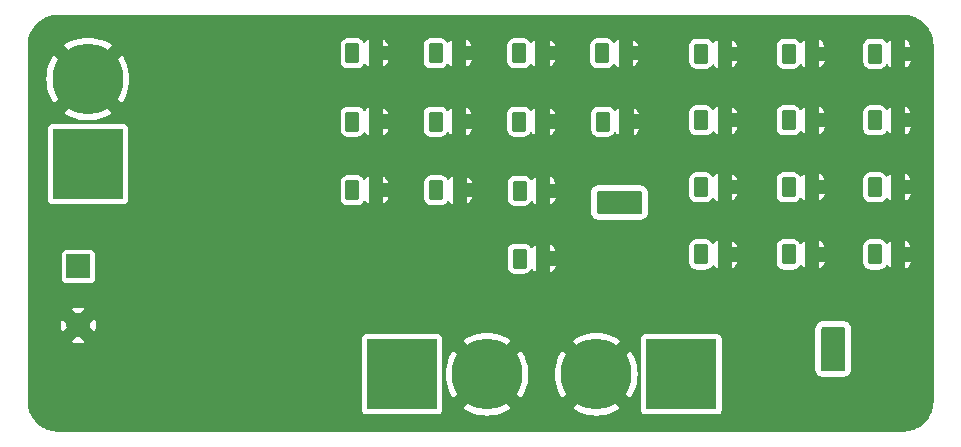
<source format=gbr>
%TF.GenerationSoftware,KiCad,Pcbnew,7.0.8*%
%TF.CreationDate,2023-12-06T00:15:51+05:30*%
%TF.ProjectId,PD Board,50442042-6f61-4726-942e-6b696361645f,V04*%
%TF.SameCoordinates,Original*%
%TF.FileFunction,Copper,L2,Bot*%
%TF.FilePolarity,Positive*%
%FSLAX46Y46*%
G04 Gerber Fmt 4.6, Leading zero omitted, Abs format (unit mm)*
G04 Created by KiCad (PCBNEW 7.0.8) date 2023-12-06 00:15:51*
%MOMM*%
%LPD*%
G01*
G04 APERTURE LIST*
G04 Aperture macros list*
%AMRoundRect*
0 Rectangle with rounded corners*
0 $1 Rounding radius*
0 $2 $3 $4 $5 $6 $7 $8 $9 X,Y pos of 4 corners*
0 Add a 4 corners polygon primitive as box body*
4,1,4,$2,$3,$4,$5,$6,$7,$8,$9,$2,$3,0*
0 Add four circle primitives for the rounded corners*
1,1,$1+$1,$2,$3*
1,1,$1+$1,$4,$5*
1,1,$1+$1,$6,$7*
1,1,$1+$1,$8,$9*
0 Add four rect primitives between the rounded corners*
20,1,$1+$1,$2,$3,$4,$5,0*
20,1,$1+$1,$4,$5,$6,$7,0*
20,1,$1+$1,$6,$7,$8,$9,0*
20,1,$1+$1,$8,$9,$2,$3,0*%
G04 Aperture macros list end*
%TA.AperFunction,ComponentPad*%
%ADD10RoundRect,0.250000X-0.350000X-0.625000X0.350000X-0.625000X0.350000X0.625000X-0.350000X0.625000X0*%
%TD*%
%TA.AperFunction,ComponentPad*%
%ADD11O,1.200000X1.750000*%
%TD*%
%TA.AperFunction,ComponentPad*%
%ADD12C,6.000000*%
%TD*%
%TA.AperFunction,ComponentPad*%
%ADD13R,6.000000X6.000000*%
%TD*%
%TA.AperFunction,ComponentPad*%
%ADD14C,0.700000*%
%TD*%
%TA.AperFunction,ComponentPad*%
%ADD15C,4.400000*%
%TD*%
%TA.AperFunction,ComponentPad*%
%ADD16R,2.000000X2.000000*%
%TD*%
%TA.AperFunction,ComponentPad*%
%ADD17C,2.000000*%
%TD*%
%TA.AperFunction,ViaPad*%
%ADD18C,0.800000*%
%TD*%
G04 APERTURE END LIST*
D10*
%TO.P,P16,1*%
%TO.N,/3.3V*%
X239400000Y-81400000D03*
D11*
%TO.P,P16,2*%
%TO.N,GND*%
X241400000Y-81400000D03*
%TD*%
D10*
%TO.P,P19,1*%
%TO.N,/5V*%
X255125000Y-86950000D03*
D11*
%TO.P,P19,2*%
%TO.N,GND*%
X257125000Y-86950000D03*
%TD*%
D12*
%TO.P,J1,N,NEG*%
%TO.N,GND*%
X238850000Y-102800000D03*
D13*
%TO.P,J1,P,POS*%
%TO.N,+12V*%
X246050000Y-102800000D03*
%TD*%
D14*
%TO.P,H2,1,1*%
%TO.N,GND*%
X191700000Y-104983274D03*
X192183274Y-103816548D03*
X192183274Y-106150000D03*
X193350000Y-103333274D03*
D15*
X193350000Y-104983274D03*
D14*
X193350000Y-106633274D03*
X194516726Y-103816548D03*
X194516726Y-106150000D03*
X195000000Y-104983274D03*
%TD*%
D10*
%TO.P,P7,1*%
%TO.N,/5V*%
X262425000Y-86950000D03*
D11*
%TO.P,P7,2*%
%TO.N,GND*%
X264425000Y-86950000D03*
%TD*%
D10*
%TO.P,P24,1*%
%TO.N,/3.3V*%
X232350000Y-93000000D03*
D11*
%TO.P,P24,2*%
%TO.N,GND*%
X234350000Y-93000000D03*
%TD*%
D10*
%TO.P,P26,1*%
%TO.N,/5V*%
X247725000Y-81300000D03*
D11*
%TO.P,P26,2*%
%TO.N,GND*%
X249725000Y-81300000D03*
%TD*%
D10*
%TO.P,P13,1*%
%TO.N,/3.3V*%
X218200000Y-81400000D03*
D11*
%TO.P,P13,2*%
%TO.N,GND*%
X220200000Y-81400000D03*
%TD*%
D14*
%TO.P,H1,1,1*%
%TO.N,GND*%
X263033274Y-104983274D03*
X263516548Y-103816548D03*
X263516548Y-106150000D03*
X264683274Y-103333274D03*
D15*
X264683274Y-104983274D03*
D14*
X264683274Y-106633274D03*
X265850000Y-103816548D03*
X265850000Y-106150000D03*
X266333274Y-104983274D03*
%TD*%
D10*
%TO.P,P17,1*%
%TO.N,/5V*%
X255125000Y-75650000D03*
D11*
%TO.P,P17,2*%
%TO.N,GND*%
X257125000Y-75650000D03*
%TD*%
D10*
%TO.P,P21,1*%
%TO.N,/3.3V*%
X218200000Y-87200000D03*
D11*
%TO.P,P21,2*%
%TO.N,GND*%
X220200000Y-87200000D03*
%TD*%
D10*
%TO.P,P25,1*%
%TO.N,/5V*%
X247725000Y-75650000D03*
D11*
%TO.P,P25,2*%
%TO.N,GND*%
X249725000Y-75650000D03*
%TD*%
D10*
%TO.P,P23,1*%
%TO.N,/3.3V*%
X232350000Y-87250000D03*
D11*
%TO.P,P23,2*%
%TO.N,GND*%
X234350000Y-87250000D03*
%TD*%
D10*
%TO.P,P4,1*%
%TO.N,/3.3V*%
X239350000Y-75600000D03*
D11*
%TO.P,P4,2*%
%TO.N,GND*%
X241350000Y-75600000D03*
%TD*%
D10*
%TO.P,P22,1*%
%TO.N,/3.3V*%
X225300000Y-87200000D03*
D11*
%TO.P,P22,2*%
%TO.N,GND*%
X227300000Y-87200000D03*
%TD*%
D10*
%TO.P,P14,1*%
%TO.N,/3.3V*%
X225250000Y-81400000D03*
D11*
%TO.P,P14,2*%
%TO.N,GND*%
X227250000Y-81400000D03*
%TD*%
D10*
%TO.P,P28,1*%
%TO.N,/5V*%
X247725000Y-92650000D03*
D11*
%TO.P,P28,2*%
%TO.N,GND*%
X249725000Y-92650000D03*
%TD*%
D12*
%TO.P,J2,N,NEG*%
%TO.N,GND*%
X195800000Y-77800000D03*
D13*
%TO.P,J2,P,POS*%
%TO.N,/24V*%
X195800000Y-85000000D03*
%TD*%
D16*
%TO.P,C3,1*%
%TO.N,/24V*%
X195000000Y-93650000D03*
D17*
%TO.P,C3,2*%
%TO.N,GND*%
X195000000Y-98650000D03*
%TD*%
D10*
%TO.P,P27,1*%
%TO.N,/5V*%
X247725000Y-86950000D03*
D11*
%TO.P,P27,2*%
%TO.N,GND*%
X249725000Y-86950000D03*
%TD*%
D10*
%TO.P,P2,1*%
%TO.N,/3.3V*%
X225250000Y-75600000D03*
D11*
%TO.P,P2,2*%
%TO.N,GND*%
X227250000Y-75600000D03*
%TD*%
D10*
%TO.P,P1,1*%
%TO.N,/3.3V*%
X218200000Y-75600000D03*
D11*
%TO.P,P1,2*%
%TO.N,GND*%
X220200000Y-75600000D03*
%TD*%
D10*
%TO.P,P5,1*%
%TO.N,/5V*%
X262425000Y-75650000D03*
D11*
%TO.P,P5,2*%
%TO.N,GND*%
X264425000Y-75650000D03*
%TD*%
D10*
%TO.P,P18,1*%
%TO.N,/5V*%
X255125000Y-81300000D03*
D11*
%TO.P,P18,2*%
%TO.N,GND*%
X257125000Y-81300000D03*
%TD*%
D10*
%TO.P,P3,1*%
%TO.N,/3.3V*%
X232300000Y-75600000D03*
D11*
%TO.P,P3,2*%
%TO.N,GND*%
X234300000Y-75600000D03*
%TD*%
D10*
%TO.P,P15,1*%
%TO.N,/3.3V*%
X232300000Y-81400000D03*
D11*
%TO.P,P15,2*%
%TO.N,GND*%
X234300000Y-81400000D03*
%TD*%
D10*
%TO.P,P20,1*%
%TO.N,/5V*%
X255125000Y-92650000D03*
D11*
%TO.P,P20,2*%
%TO.N,GND*%
X257125000Y-92650000D03*
%TD*%
D10*
%TO.P,P8,1*%
%TO.N,/5V*%
X262425000Y-92650000D03*
D11*
%TO.P,P8,2*%
%TO.N,GND*%
X264425000Y-92650000D03*
%TD*%
D12*
%TO.P,J7,N,NEG*%
%TO.N,GND*%
X229600000Y-102800000D03*
D13*
%TO.P,J7,P,POS*%
%TO.N,/Vin_Boost*%
X222400000Y-102800000D03*
%TD*%
D10*
%TO.P,P6,1*%
%TO.N,/5V*%
X262425000Y-81300000D03*
D11*
%TO.P,P6,2*%
%TO.N,GND*%
X264425000Y-81300000D03*
%TD*%
D18*
%TO.N,GND*%
X214500000Y-86850000D03*
X208950000Y-93200000D03*
X237350000Y-94550000D03*
X248800000Y-96100000D03*
X204750000Y-81150000D03*
X207250000Y-79050000D03*
X262950000Y-98850000D03*
X204700000Y-75000000D03*
X210900000Y-81150000D03*
X213500000Y-78950000D03*
X207200000Y-75050000D03*
X254000000Y-98350000D03*
X202150000Y-75950000D03*
X213450000Y-74950000D03*
X202100000Y-73700000D03*
X260050000Y-106450000D03*
X243300000Y-85900000D03*
X260050000Y-105100000D03*
X202100000Y-78250000D03*
X235250000Y-99400000D03*
X255500000Y-105200000D03*
X258500000Y-106450000D03*
X207250000Y-77000000D03*
X250300000Y-96100000D03*
X239250000Y-97750000D03*
X257100000Y-105150000D03*
X232000000Y-96750000D03*
X227850000Y-96750000D03*
X210900000Y-79000000D03*
X236000000Y-96750000D03*
X229750000Y-96750000D03*
X213500000Y-76900000D03*
X208600000Y-86200000D03*
X225850000Y-96650000D03*
X229250000Y-95500000D03*
X210900000Y-76950000D03*
X238500000Y-93150000D03*
X207250000Y-81200000D03*
X251200000Y-98350000D03*
X209700000Y-86200000D03*
X251950000Y-96100000D03*
X237000000Y-97750000D03*
X213500000Y-81100000D03*
X242400000Y-84700000D03*
X234000000Y-96750000D03*
X238500000Y-95950000D03*
X233000000Y-99400000D03*
X258550000Y-105100000D03*
X252600000Y-97200000D03*
X264600000Y-100500000D03*
X264550000Y-98850000D03*
X204750000Y-76950000D03*
X204750000Y-79000000D03*
X210850000Y-75000000D03*
X250150000Y-97350000D03*
%TO.N,/5V*%
X258850000Y-99350000D03*
X258900000Y-101950000D03*
%TO.N,/3.3V*%
X242100000Y-88200000D03*
X239450000Y-88200000D03*
%TD*%
%TA.AperFunction,Conductor*%
%TO.N,/5V*%
G36*
X259843039Y-98819685D02*
G01*
X259888794Y-98872489D01*
X259900000Y-98924000D01*
X259900000Y-102376000D01*
X259880315Y-102443039D01*
X259827511Y-102488794D01*
X259776000Y-102500000D01*
X258024000Y-102500000D01*
X257956961Y-102480315D01*
X257911206Y-102427511D01*
X257900000Y-102376000D01*
X257900000Y-98924000D01*
X257919685Y-98856961D01*
X257972489Y-98811206D01*
X258024000Y-98800000D01*
X259776000Y-98800000D01*
X259843039Y-98819685D01*
G37*
%TD.AperFunction*%
%TD*%
%TA.AperFunction,Conductor*%
%TO.N,/3.3V*%
G36*
X242643039Y-87319685D02*
G01*
X242688794Y-87372489D01*
X242700000Y-87424000D01*
X242700000Y-89076000D01*
X242680315Y-89143039D01*
X242627511Y-89188794D01*
X242576000Y-89200000D01*
X239024000Y-89200000D01*
X238956961Y-89180315D01*
X238911206Y-89127511D01*
X238900000Y-89076000D01*
X238900000Y-87424000D01*
X238919685Y-87356961D01*
X238972489Y-87311206D01*
X239024000Y-87300000D01*
X242576000Y-87300000D01*
X242643039Y-87319685D01*
G37*
%TD.AperFunction*%
%TD*%
%TA.AperFunction,Conductor*%
%TO.N,GND*%
G36*
X196300000Y-102400000D02*
G01*
X196300000Y-107649500D01*
X193247326Y-107649500D01*
X193243849Y-107649402D01*
X193130075Y-107643012D01*
X192957263Y-107632557D01*
X192950617Y-107631793D01*
X192814368Y-107608643D01*
X192665072Y-107581283D01*
X192659080Y-107579874D01*
X192522013Y-107540385D01*
X192380859Y-107496399D01*
X192375575Y-107494486D01*
X192241996Y-107439156D01*
X192108466Y-107379059D01*
X192103919Y-107376784D01*
X191976383Y-107306297D01*
X191851577Y-107230849D01*
X191847782Y-107228360D01*
X191816220Y-107205966D01*
X191729553Y-107144471D01*
X191727194Y-107142712D01*
X191613647Y-107053754D01*
X191610588Y-107051193D01*
X191502347Y-106954463D01*
X191499838Y-106952092D01*
X191397905Y-106850159D01*
X191395534Y-106847650D01*
X191356221Y-106803659D01*
X191298800Y-106739406D01*
X191296244Y-106736351D01*
X191207286Y-106622804D01*
X191205527Y-106620445D01*
X191166767Y-106565820D01*
X191121629Y-106502204D01*
X191119159Y-106498437D01*
X191043702Y-106373616D01*
X190973207Y-106246066D01*
X190970946Y-106241545D01*
X190910838Y-106107991D01*
X190855507Y-105974411D01*
X190853610Y-105969173D01*
X190809614Y-105827986D01*
X190803175Y-105805639D01*
X190770119Y-105690900D01*
X190768719Y-105684945D01*
X190741354Y-105535624D01*
X190718228Y-105399515D01*
X190717463Y-105392824D01*
X190704334Y-105172688D01*
X190700598Y-105106152D01*
X190700500Y-105102675D01*
X190700500Y-102349500D01*
X190750000Y-102300000D01*
X196200000Y-102300000D01*
X196300000Y-102400000D01*
G37*
%TD.AperFunction*%
%TD*%
%TA.AperFunction,Conductor*%
%TO.N,GND*%
G36*
X267399500Y-105102673D02*
G01*
X267399402Y-105106150D01*
X267393012Y-105219924D01*
X267382557Y-105392735D01*
X267381793Y-105399381D01*
X267358643Y-105535631D01*
X267331283Y-105684926D01*
X267329875Y-105690918D01*
X267290385Y-105827986D01*
X267246399Y-105969139D01*
X267244486Y-105974423D01*
X267189156Y-106108003D01*
X267129059Y-106241532D01*
X267126784Y-106246078D01*
X267056297Y-106373616D01*
X266980849Y-106498422D01*
X266978354Y-106502226D01*
X266894471Y-106620445D01*
X266892712Y-106622804D01*
X266803754Y-106736351D01*
X266801178Y-106739429D01*
X266704464Y-106847650D01*
X266702075Y-106850178D01*
X266600178Y-106952075D01*
X266597650Y-106954464D01*
X266489429Y-107051178D01*
X266486351Y-107053754D01*
X266372804Y-107142712D01*
X266370445Y-107144471D01*
X266252226Y-107228354D01*
X266248422Y-107230849D01*
X266123616Y-107306297D01*
X265996078Y-107376784D01*
X265991532Y-107379059D01*
X265858003Y-107439156D01*
X265724423Y-107494486D01*
X265719139Y-107496399D01*
X265577986Y-107540385D01*
X265440918Y-107579874D01*
X265434927Y-107581283D01*
X265343234Y-107598087D01*
X265285605Y-107608648D01*
X265263840Y-107612346D01*
X265149522Y-107631769D01*
X265142824Y-107632535D01*
X264922605Y-107645670D01*
X264856151Y-107649402D01*
X264852673Y-107649500D01*
X261900000Y-107649500D01*
X261900000Y-102750000D01*
X262400000Y-102250000D01*
X267399500Y-102250000D01*
X267399500Y-105102673D01*
G37*
%TD.AperFunction*%
%TD*%
%TA.AperFunction,Conductor*%
%TO.N,GND*%
G36*
X264856151Y-72350598D02*
G01*
X264895056Y-72352782D01*
X264970033Y-72356993D01*
X265142750Y-72367442D01*
X265149373Y-72368203D01*
X265249226Y-72385170D01*
X265285631Y-72391356D01*
X265312272Y-72396238D01*
X265434941Y-72418718D01*
X265440905Y-72420121D01*
X265548099Y-72451003D01*
X265577986Y-72459614D01*
X265592715Y-72464203D01*
X265719173Y-72503610D01*
X265724411Y-72505507D01*
X265858003Y-72560843D01*
X265991545Y-72620946D01*
X265996066Y-72623207D01*
X266123616Y-72693702D01*
X266248437Y-72769159D01*
X266252204Y-72771629D01*
X266314499Y-72815830D01*
X266370445Y-72855527D01*
X266372804Y-72857286D01*
X266486351Y-72946244D01*
X266489406Y-72948800D01*
X266597650Y-73045534D01*
X266600159Y-73047905D01*
X266702092Y-73149838D01*
X266704463Y-73152347D01*
X266801193Y-73260588D01*
X266803754Y-73263647D01*
X266892712Y-73377194D01*
X266894471Y-73379553D01*
X266955966Y-73466220D01*
X266978360Y-73497782D01*
X266980849Y-73501577D01*
X267056297Y-73626383D01*
X267126784Y-73753919D01*
X267129059Y-73758466D01*
X267189156Y-73891996D01*
X267244486Y-74025575D01*
X267246399Y-74030859D01*
X267290385Y-74172013D01*
X267329874Y-74309080D01*
X267331283Y-74315072D01*
X267358643Y-74464368D01*
X267381793Y-74600617D01*
X267382557Y-74607263D01*
X267393012Y-74780075D01*
X267399402Y-74893849D01*
X267399500Y-74897326D01*
X267399500Y-102250000D01*
X262400000Y-102250000D01*
X261900000Y-102750000D01*
X261900000Y-107649500D01*
X196300000Y-107649500D01*
X196300000Y-105831517D01*
X218999500Y-105831517D01*
X219010292Y-105899657D01*
X219014354Y-105925304D01*
X219071950Y-106038342D01*
X219071952Y-106038344D01*
X219071954Y-106038347D01*
X219161652Y-106128045D01*
X219161654Y-106128046D01*
X219161658Y-106128050D01*
X219274694Y-106185645D01*
X219274698Y-106185647D01*
X219368475Y-106200499D01*
X219368481Y-106200500D01*
X225431518Y-106200499D01*
X225525304Y-106185646D01*
X225638342Y-106128050D01*
X225728050Y-106038342D01*
X225785646Y-105925304D01*
X225785646Y-105925302D01*
X225785647Y-105925301D01*
X225800499Y-105831524D01*
X225800500Y-105831519D01*
X225800499Y-102800000D01*
X226095197Y-102800000D01*
X226114397Y-103166353D01*
X226171784Y-103528684D01*
X226171784Y-103528686D01*
X226266736Y-103883051D01*
X226398204Y-104225535D01*
X226564754Y-104552406D01*
X226735751Y-104815718D01*
X226735752Y-104815718D01*
X227623775Y-103927695D01*
X227678128Y-104026877D01*
X227858803Y-104272091D01*
X228070549Y-104491035D01*
X228309589Y-104679803D01*
X228472331Y-104776195D01*
X227584280Y-105664246D01*
X227847598Y-105835248D01*
X228174464Y-106001795D01*
X228516948Y-106133263D01*
X228871314Y-106228215D01*
X229233646Y-106285602D01*
X229599999Y-106304803D01*
X229600001Y-106304803D01*
X229966353Y-106285602D01*
X230328684Y-106228215D01*
X230328686Y-106228215D01*
X230683051Y-106133263D01*
X231025535Y-106001795D01*
X231352399Y-105835249D01*
X231615718Y-105664247D01*
X231615718Y-105664245D01*
X230729617Y-104778144D01*
X230761973Y-104761795D01*
X231013087Y-104589415D01*
X231238984Y-104385103D01*
X231435634Y-104152504D01*
X231578007Y-103929480D01*
X232464245Y-104815718D01*
X232464247Y-104815718D01*
X232635249Y-104552399D01*
X232801795Y-104225535D01*
X232933263Y-103883051D01*
X233028215Y-103528686D01*
X233028215Y-103528684D01*
X233085602Y-103166353D01*
X233104803Y-102800000D01*
X235345197Y-102800000D01*
X235364397Y-103166353D01*
X235421784Y-103528684D01*
X235421784Y-103528686D01*
X235516736Y-103883051D01*
X235648204Y-104225535D01*
X235814754Y-104552406D01*
X235985751Y-104815718D01*
X235985752Y-104815718D01*
X236873775Y-103927695D01*
X236928128Y-104026877D01*
X237108803Y-104272091D01*
X237320549Y-104491035D01*
X237559589Y-104679803D01*
X237722331Y-104776195D01*
X236834280Y-105664246D01*
X237097598Y-105835248D01*
X237424464Y-106001795D01*
X237766948Y-106133263D01*
X238121314Y-106228215D01*
X238483646Y-106285602D01*
X238849999Y-106304803D01*
X238850001Y-106304803D01*
X239216353Y-106285602D01*
X239578684Y-106228215D01*
X239578686Y-106228215D01*
X239933051Y-106133263D01*
X240275535Y-106001795D01*
X240602399Y-105835249D01*
X240608146Y-105831517D01*
X242649500Y-105831517D01*
X242660292Y-105899657D01*
X242664354Y-105925304D01*
X242721950Y-106038342D01*
X242721952Y-106038344D01*
X242721954Y-106038347D01*
X242811652Y-106128045D01*
X242811654Y-106128046D01*
X242811658Y-106128050D01*
X242924694Y-106185645D01*
X242924698Y-106185647D01*
X243018475Y-106200499D01*
X243018481Y-106200500D01*
X249081518Y-106200499D01*
X249175304Y-106185646D01*
X249288342Y-106128050D01*
X249378050Y-106038342D01*
X249435646Y-105925304D01*
X249435646Y-105925302D01*
X249435647Y-105925301D01*
X249450499Y-105831524D01*
X249450500Y-105831519D01*
X249450499Y-102376000D01*
X257394500Y-102376000D01*
X257394501Y-102376009D01*
X257406052Y-102483450D01*
X257406054Y-102483462D01*
X257417260Y-102534972D01*
X257451383Y-102637497D01*
X257451386Y-102637503D01*
X257529171Y-102758537D01*
X257529179Y-102758548D01*
X257574923Y-102811340D01*
X257574926Y-102811343D01*
X257574930Y-102811347D01*
X257683664Y-102905567D01*
X257683667Y-102905568D01*
X257683668Y-102905569D01*
X257777925Y-102948616D01*
X257814541Y-102965338D01*
X257859357Y-102978497D01*
X257881575Y-102985022D01*
X257881580Y-102985023D01*
X257881584Y-102985024D01*
X258024000Y-103005500D01*
X258024003Y-103005500D01*
X259775990Y-103005500D01*
X259776000Y-103005500D01*
X259883456Y-102993947D01*
X259934967Y-102982741D01*
X259969197Y-102971347D01*
X260037497Y-102948616D01*
X260037501Y-102948613D01*
X260037504Y-102948613D01*
X260158543Y-102870825D01*
X260211347Y-102825070D01*
X260305567Y-102716336D01*
X260365338Y-102585459D01*
X260385023Y-102518420D01*
X260385024Y-102518416D01*
X260405500Y-102376000D01*
X260405500Y-98924000D01*
X260393947Y-98816544D01*
X260382741Y-98765033D01*
X260382637Y-98764722D01*
X260348616Y-98662502D01*
X260348613Y-98662496D01*
X260270828Y-98541462D01*
X260270825Y-98541457D01*
X260270820Y-98541451D01*
X260225076Y-98488659D01*
X260225072Y-98488656D01*
X260225070Y-98488653D01*
X260116336Y-98394433D01*
X260116333Y-98394431D01*
X260116331Y-98394430D01*
X259985465Y-98334664D01*
X259985460Y-98334662D01*
X259985459Y-98334662D01*
X259962858Y-98328025D01*
X259918425Y-98314978D01*
X259918419Y-98314976D01*
X259832966Y-98302690D01*
X259776000Y-98294500D01*
X258024000Y-98294500D01*
X258023991Y-98294500D01*
X258023990Y-98294501D01*
X257916549Y-98306052D01*
X257916537Y-98306054D01*
X257865027Y-98317260D01*
X257762502Y-98351383D01*
X257762496Y-98351386D01*
X257641462Y-98429171D01*
X257641451Y-98429179D01*
X257588659Y-98474923D01*
X257494433Y-98583664D01*
X257494430Y-98583668D01*
X257434664Y-98714534D01*
X257414978Y-98781575D01*
X257414976Y-98781580D01*
X257403724Y-98859844D01*
X257394500Y-98924000D01*
X257394500Y-102376000D01*
X249450499Y-102376000D01*
X249450499Y-99768482D01*
X249435646Y-99674696D01*
X249378050Y-99561658D01*
X249378046Y-99561654D01*
X249378045Y-99561652D01*
X249288347Y-99471954D01*
X249288344Y-99471952D01*
X249288342Y-99471950D01*
X249211517Y-99432805D01*
X249175301Y-99414352D01*
X249081524Y-99399500D01*
X243018482Y-99399500D01*
X242937519Y-99412323D01*
X242924696Y-99414354D01*
X242811658Y-99471950D01*
X242811657Y-99471951D01*
X242811652Y-99471954D01*
X242721954Y-99561652D01*
X242721951Y-99561657D01*
X242664352Y-99674698D01*
X242649500Y-99768475D01*
X242649500Y-105831517D01*
X240608146Y-105831517D01*
X240865718Y-105664247D01*
X240865718Y-105664245D01*
X239979617Y-104778144D01*
X240011973Y-104761795D01*
X240263087Y-104589415D01*
X240488984Y-104385103D01*
X240685634Y-104152504D01*
X240828007Y-103929480D01*
X241714245Y-104815718D01*
X241714247Y-104815718D01*
X241885249Y-104552399D01*
X242051795Y-104225535D01*
X242183263Y-103883051D01*
X242278215Y-103528686D01*
X242278215Y-103528684D01*
X242335602Y-103166353D01*
X242354803Y-102800000D01*
X242354803Y-102799999D01*
X242335602Y-102433646D01*
X242278215Y-102071315D01*
X242278215Y-102071313D01*
X242183263Y-101716948D01*
X242051795Y-101374464D01*
X241885245Y-101047594D01*
X241714247Y-100784280D01*
X241714246Y-100784280D01*
X240826223Y-101672302D01*
X240771872Y-101573123D01*
X240591197Y-101327909D01*
X240379451Y-101108965D01*
X240140411Y-100920197D01*
X239977667Y-100823803D01*
X240865718Y-99935752D01*
X240865718Y-99935751D01*
X240602406Y-99764754D01*
X240275535Y-99598204D01*
X239933051Y-99466736D01*
X239578685Y-99371784D01*
X239216353Y-99314397D01*
X238850001Y-99295197D01*
X238849999Y-99295197D01*
X238483646Y-99314397D01*
X238121315Y-99371784D01*
X238121313Y-99371784D01*
X237766948Y-99466736D01*
X237424464Y-99598204D01*
X237097594Y-99764754D01*
X236834280Y-99935751D01*
X236834280Y-99935752D01*
X237720382Y-100821854D01*
X237688027Y-100838205D01*
X237436913Y-101010585D01*
X237211016Y-101214897D01*
X237014366Y-101447496D01*
X236871992Y-101670520D01*
X235985752Y-100784280D01*
X235985751Y-100784280D01*
X235814754Y-101047594D01*
X235648204Y-101374464D01*
X235516736Y-101716948D01*
X235421784Y-102071313D01*
X235421784Y-102071315D01*
X235364397Y-102433646D01*
X235345197Y-102799999D01*
X235345197Y-102800000D01*
X233104803Y-102800000D01*
X233104803Y-102799999D01*
X233085602Y-102433646D01*
X233028215Y-102071315D01*
X233028215Y-102071313D01*
X232933263Y-101716948D01*
X232801795Y-101374464D01*
X232635245Y-101047594D01*
X232464247Y-100784280D01*
X232464246Y-100784280D01*
X231576223Y-101672302D01*
X231521872Y-101573123D01*
X231341197Y-101327909D01*
X231129451Y-101108965D01*
X230890411Y-100920197D01*
X230727667Y-100823803D01*
X231615718Y-99935752D01*
X231615718Y-99935751D01*
X231352406Y-99764754D01*
X231025535Y-99598204D01*
X230683051Y-99466736D01*
X230328685Y-99371784D01*
X229966353Y-99314397D01*
X229600001Y-99295197D01*
X229599999Y-99295197D01*
X229233646Y-99314397D01*
X228871315Y-99371784D01*
X228871313Y-99371784D01*
X228516948Y-99466736D01*
X228174464Y-99598204D01*
X227847594Y-99764754D01*
X227584280Y-99935751D01*
X227584280Y-99935752D01*
X228470382Y-100821854D01*
X228438027Y-100838205D01*
X228186913Y-101010585D01*
X227961016Y-101214897D01*
X227764366Y-101447496D01*
X227621992Y-101670519D01*
X226735752Y-100784280D01*
X226735751Y-100784280D01*
X226564754Y-101047594D01*
X226398204Y-101374464D01*
X226266736Y-101716948D01*
X226171784Y-102071313D01*
X226171784Y-102071315D01*
X226114397Y-102433646D01*
X226095197Y-102799999D01*
X226095197Y-102800000D01*
X225800499Y-102800000D01*
X225800499Y-99768482D01*
X225785646Y-99674696D01*
X225728050Y-99561658D01*
X225728046Y-99561654D01*
X225728045Y-99561652D01*
X225638347Y-99471954D01*
X225638344Y-99471952D01*
X225638342Y-99471950D01*
X225561517Y-99432805D01*
X225525301Y-99414352D01*
X225431524Y-99399500D01*
X219368482Y-99399500D01*
X219287519Y-99412323D01*
X219274696Y-99414354D01*
X219161658Y-99471950D01*
X219161657Y-99471951D01*
X219161652Y-99471954D01*
X219071954Y-99561652D01*
X219071951Y-99561657D01*
X219014352Y-99674698D01*
X218999500Y-99768475D01*
X218999500Y-105831517D01*
X196300000Y-105831517D01*
X196300000Y-102400000D01*
X196200000Y-102300000D01*
X193686624Y-102300000D01*
X193676038Y-102298060D01*
X193350000Y-102278339D01*
X193023961Y-102298060D01*
X193013375Y-102300000D01*
X190750000Y-102300000D01*
X190700500Y-102349500D01*
X190700500Y-100047476D01*
X194451052Y-100047476D01*
X194630506Y-100109083D01*
X194875707Y-100150000D01*
X195124293Y-100150000D01*
X195369492Y-100109083D01*
X195548946Y-100047476D01*
X195548946Y-100047475D01*
X195000001Y-99498528D01*
X195000000Y-99498528D01*
X194451052Y-100047475D01*
X194451052Y-100047476D01*
X190700500Y-100047476D01*
X190700500Y-98650005D01*
X193494859Y-98650005D01*
X193515385Y-98897729D01*
X193515387Y-98897738D01*
X193576412Y-99138719D01*
X193602736Y-99198733D01*
X193602737Y-99198733D01*
X194079582Y-98721889D01*
X194500000Y-98721889D01*
X194540507Y-98859844D01*
X194618239Y-98980798D01*
X194726900Y-99074952D01*
X194857685Y-99134680D01*
X194964237Y-99150000D01*
X195035763Y-99150000D01*
X195142315Y-99134680D01*
X195273100Y-99074952D01*
X195381761Y-98980798D01*
X195459493Y-98859844D01*
X195500000Y-98721889D01*
X195500000Y-98650000D01*
X195848528Y-98650000D01*
X196397260Y-99198733D01*
X196397261Y-99198732D01*
X196423587Y-99138718D01*
X196423588Y-99138717D01*
X196484610Y-98897750D01*
X196484614Y-98897729D01*
X196505141Y-98650005D01*
X196505141Y-98649994D01*
X196484614Y-98402270D01*
X196484610Y-98402249D01*
X196423588Y-98161283D01*
X196423584Y-98161272D01*
X196397262Y-98101266D01*
X196397261Y-98101265D01*
X195848528Y-98649999D01*
X195848528Y-98650000D01*
X195500000Y-98650000D01*
X195500000Y-98578111D01*
X195459493Y-98440156D01*
X195381761Y-98319202D01*
X195273100Y-98225048D01*
X195142315Y-98165320D01*
X195035763Y-98150000D01*
X194964237Y-98150000D01*
X194857685Y-98165320D01*
X194726900Y-98225048D01*
X194618239Y-98319202D01*
X194540507Y-98440156D01*
X194500000Y-98578111D01*
X194500000Y-98721889D01*
X194079582Y-98721889D01*
X194151471Y-98650000D01*
X194151471Y-98649999D01*
X193602737Y-98101266D01*
X193576412Y-98161282D01*
X193515387Y-98402261D01*
X193515385Y-98402270D01*
X193494859Y-98649994D01*
X193494859Y-98650005D01*
X190700500Y-98650005D01*
X190700500Y-97252523D01*
X194451052Y-97252523D01*
X195000000Y-97801471D01*
X195000001Y-97801471D01*
X195548947Y-97252522D01*
X195548946Y-97252521D01*
X195369495Y-97190916D01*
X195124293Y-97150000D01*
X194875707Y-97150000D01*
X194630511Y-97190915D01*
X194451052Y-97252523D01*
X190700500Y-97252523D01*
X190700500Y-94681517D01*
X193599500Y-94681517D01*
X193610292Y-94749657D01*
X193614354Y-94775304D01*
X193671950Y-94888342D01*
X193671952Y-94888344D01*
X193671954Y-94888347D01*
X193761652Y-94978045D01*
X193761654Y-94978046D01*
X193761658Y-94978050D01*
X193874694Y-95035645D01*
X193874698Y-95035647D01*
X193968475Y-95050499D01*
X193968481Y-95050500D01*
X196031518Y-95050499D01*
X196125304Y-95035646D01*
X196238342Y-94978050D01*
X196328050Y-94888342D01*
X196385646Y-94775304D01*
X196385646Y-94775302D01*
X196385647Y-94775301D01*
X196400499Y-94681524D01*
X196400500Y-94681519D01*
X196400500Y-93690696D01*
X231349500Y-93690696D01*
X231352401Y-93727567D01*
X231352402Y-93727573D01*
X231398254Y-93885393D01*
X231398255Y-93885396D01*
X231398256Y-93885398D01*
X231481918Y-94026864D01*
X231481923Y-94026870D01*
X231598129Y-94143076D01*
X231598133Y-94143079D01*
X231598135Y-94143081D01*
X231739602Y-94226744D01*
X231781224Y-94238836D01*
X231897426Y-94272597D01*
X231897429Y-94272597D01*
X231897431Y-94272598D01*
X231909722Y-94273565D01*
X231934304Y-94275500D01*
X231934306Y-94275500D01*
X232765696Y-94275500D01*
X232784131Y-94274049D01*
X232802569Y-94272598D01*
X232802571Y-94272597D01*
X232802573Y-94272597D01*
X232844191Y-94260505D01*
X232960398Y-94226744D01*
X233101865Y-94143081D01*
X233218081Y-94026865D01*
X233264847Y-93947786D01*
X233315914Y-93900105D01*
X233384656Y-93887601D01*
X233449245Y-93914246D01*
X233469049Y-93934257D01*
X233550273Y-94037542D01*
X233709030Y-94175105D01*
X233709041Y-94175114D01*
X233749999Y-94198761D01*
X233750000Y-94198761D01*
X233750000Y-93600000D01*
X234950000Y-93600000D01*
X234950000Y-94198137D01*
X235073625Y-94110104D01*
X235218592Y-93958067D01*
X235332166Y-93781342D01*
X235404765Y-93600000D01*
X234950000Y-93600000D01*
X233750000Y-93600000D01*
X233750000Y-93031395D01*
X233971114Y-93031395D01*
X234001837Y-93152719D01*
X234070289Y-93257492D01*
X234169052Y-93334363D01*
X234287424Y-93375000D01*
X234381073Y-93375000D01*
X234473446Y-93359586D01*
X234508351Y-93340696D01*
X246724500Y-93340696D01*
X246727401Y-93377567D01*
X246727402Y-93377573D01*
X246773254Y-93535393D01*
X246773255Y-93535396D01*
X246773256Y-93535398D01*
X246856918Y-93676864D01*
X246856923Y-93676870D01*
X246973129Y-93793076D01*
X246973133Y-93793079D01*
X246973135Y-93793081D01*
X247114602Y-93876744D01*
X247144372Y-93885393D01*
X247272426Y-93922597D01*
X247272429Y-93922597D01*
X247272431Y-93922598D01*
X247284722Y-93923565D01*
X247309304Y-93925500D01*
X247309306Y-93925500D01*
X248140696Y-93925500D01*
X248159131Y-93924049D01*
X248177569Y-93922598D01*
X248177571Y-93922597D01*
X248177573Y-93922597D01*
X248219191Y-93910505D01*
X248335398Y-93876744D01*
X248476865Y-93793081D01*
X248593081Y-93676865D01*
X248639847Y-93597786D01*
X248690914Y-93550105D01*
X248759656Y-93537601D01*
X248824245Y-93564246D01*
X248844049Y-93584257D01*
X248925273Y-93687542D01*
X249084030Y-93825105D01*
X249084041Y-93825114D01*
X249124999Y-93848761D01*
X249125000Y-93848761D01*
X249125000Y-93250000D01*
X250325000Y-93250000D01*
X250325000Y-93848137D01*
X250448625Y-93760104D01*
X250593592Y-93608067D01*
X250707166Y-93431342D01*
X250743455Y-93340696D01*
X254124500Y-93340696D01*
X254127401Y-93377567D01*
X254127402Y-93377573D01*
X254173254Y-93535393D01*
X254173255Y-93535396D01*
X254173256Y-93535398D01*
X254256918Y-93676864D01*
X254256923Y-93676870D01*
X254373129Y-93793076D01*
X254373133Y-93793079D01*
X254373135Y-93793081D01*
X254514602Y-93876744D01*
X254544372Y-93885393D01*
X254672426Y-93922597D01*
X254672429Y-93922597D01*
X254672431Y-93922598D01*
X254684722Y-93923565D01*
X254709304Y-93925500D01*
X254709306Y-93925500D01*
X255540696Y-93925500D01*
X255559131Y-93924049D01*
X255577569Y-93922598D01*
X255577571Y-93922597D01*
X255577573Y-93922597D01*
X255619191Y-93910505D01*
X255735398Y-93876744D01*
X255876865Y-93793081D01*
X255993081Y-93676865D01*
X256039847Y-93597786D01*
X256090914Y-93550105D01*
X256159656Y-93537601D01*
X256224245Y-93564246D01*
X256244049Y-93584257D01*
X256325273Y-93687542D01*
X256484030Y-93825105D01*
X256484041Y-93825114D01*
X256524999Y-93848761D01*
X256525000Y-93848761D01*
X256525000Y-93250000D01*
X257725000Y-93250000D01*
X257725000Y-93848137D01*
X257848625Y-93760104D01*
X257993592Y-93608067D01*
X258107166Y-93431342D01*
X258143455Y-93340696D01*
X261424500Y-93340696D01*
X261427401Y-93377567D01*
X261427402Y-93377573D01*
X261473254Y-93535393D01*
X261473255Y-93535396D01*
X261473256Y-93535398D01*
X261556918Y-93676864D01*
X261556923Y-93676870D01*
X261673129Y-93793076D01*
X261673133Y-93793079D01*
X261673135Y-93793081D01*
X261814602Y-93876744D01*
X261844372Y-93885393D01*
X261972426Y-93922597D01*
X261972429Y-93922597D01*
X261972431Y-93922598D01*
X261984722Y-93923565D01*
X262009304Y-93925500D01*
X262009306Y-93925500D01*
X262840696Y-93925500D01*
X262859131Y-93924049D01*
X262877569Y-93922598D01*
X262877571Y-93922597D01*
X262877573Y-93922597D01*
X262919191Y-93910505D01*
X263035398Y-93876744D01*
X263176865Y-93793081D01*
X263293081Y-93676865D01*
X263339847Y-93597786D01*
X263390914Y-93550105D01*
X263459656Y-93537601D01*
X263524245Y-93564246D01*
X263544049Y-93584257D01*
X263625273Y-93687542D01*
X263784030Y-93825105D01*
X263784041Y-93825114D01*
X263824999Y-93848761D01*
X263825000Y-93848761D01*
X263825000Y-93250000D01*
X265025000Y-93250000D01*
X265025000Y-93848137D01*
X265148625Y-93760104D01*
X265293592Y-93608067D01*
X265407166Y-93431342D01*
X265479765Y-93250000D01*
X265025000Y-93250000D01*
X263825000Y-93250000D01*
X263825000Y-92681395D01*
X264046114Y-92681395D01*
X264076837Y-92802719D01*
X264145289Y-92907492D01*
X264244052Y-92984363D01*
X264362424Y-93025000D01*
X264456073Y-93025000D01*
X264548446Y-93009586D01*
X264658514Y-92950019D01*
X264743278Y-92857941D01*
X264793551Y-92743330D01*
X264803886Y-92618605D01*
X264773163Y-92497281D01*
X264704711Y-92392508D01*
X264605948Y-92315637D01*
X264487576Y-92275000D01*
X264393927Y-92275000D01*
X264301554Y-92290414D01*
X264191486Y-92349981D01*
X264106722Y-92442059D01*
X264056449Y-92556670D01*
X264046114Y-92681395D01*
X263825000Y-92681395D01*
X263825000Y-92050000D01*
X265025000Y-92050000D01*
X265476010Y-92050000D01*
X265476010Y-92049999D01*
X265450851Y-91964314D01*
X265354586Y-91777585D01*
X265224731Y-91612462D01*
X265224728Y-91612459D01*
X265065961Y-91474887D01*
X265025001Y-91451237D01*
X265025000Y-91451238D01*
X265025000Y-92050000D01*
X263825000Y-92050000D01*
X263825000Y-91451861D01*
X263824999Y-91451861D01*
X263701380Y-91539889D01*
X263701374Y-91539895D01*
X263556406Y-91691933D01*
X263549162Y-91703206D01*
X263496357Y-91748960D01*
X263427198Y-91758901D01*
X263363643Y-91729875D01*
X263338116Y-91699285D01*
X263293083Y-91623138D01*
X263293076Y-91623129D01*
X263176870Y-91506923D01*
X263176862Y-91506917D01*
X263035396Y-91423255D01*
X263035393Y-91423254D01*
X262877573Y-91377402D01*
X262877567Y-91377401D01*
X262840696Y-91374500D01*
X262840694Y-91374500D01*
X262009306Y-91374500D01*
X262009304Y-91374500D01*
X261972432Y-91377401D01*
X261972426Y-91377402D01*
X261814606Y-91423254D01*
X261814603Y-91423255D01*
X261673137Y-91506917D01*
X261673129Y-91506923D01*
X261556923Y-91623129D01*
X261556917Y-91623137D01*
X261473255Y-91764603D01*
X261473254Y-91764606D01*
X261427402Y-91922426D01*
X261427401Y-91922432D01*
X261424500Y-91959304D01*
X261424500Y-93340696D01*
X258143455Y-93340696D01*
X258179765Y-93250000D01*
X257725000Y-93250000D01*
X256525000Y-93250000D01*
X256525000Y-92681395D01*
X256746114Y-92681395D01*
X256776837Y-92802719D01*
X256845289Y-92907492D01*
X256944052Y-92984363D01*
X257062424Y-93025000D01*
X257156073Y-93025000D01*
X257248446Y-93009586D01*
X257358514Y-92950019D01*
X257443278Y-92857941D01*
X257493551Y-92743330D01*
X257503886Y-92618605D01*
X257473163Y-92497281D01*
X257404711Y-92392508D01*
X257305948Y-92315637D01*
X257187576Y-92275000D01*
X257093927Y-92275000D01*
X257001554Y-92290414D01*
X256891486Y-92349981D01*
X256806722Y-92442059D01*
X256756449Y-92556670D01*
X256746114Y-92681395D01*
X256525000Y-92681395D01*
X256525000Y-92050000D01*
X257725000Y-92050000D01*
X258176010Y-92050000D01*
X258176010Y-92049999D01*
X258150851Y-91964314D01*
X258054586Y-91777585D01*
X257924731Y-91612462D01*
X257924728Y-91612459D01*
X257765961Y-91474887D01*
X257725001Y-91451237D01*
X257725000Y-91451238D01*
X257725000Y-92050000D01*
X256525000Y-92050000D01*
X256525000Y-91451861D01*
X256524999Y-91451861D01*
X256401380Y-91539889D01*
X256401374Y-91539895D01*
X256256406Y-91691933D01*
X256249162Y-91703206D01*
X256196357Y-91748960D01*
X256127198Y-91758901D01*
X256063643Y-91729875D01*
X256038116Y-91699285D01*
X255993083Y-91623138D01*
X255993076Y-91623129D01*
X255876870Y-91506923D01*
X255876862Y-91506917D01*
X255735396Y-91423255D01*
X255735393Y-91423254D01*
X255577573Y-91377402D01*
X255577567Y-91377401D01*
X255540696Y-91374500D01*
X255540694Y-91374500D01*
X254709306Y-91374500D01*
X254709304Y-91374500D01*
X254672432Y-91377401D01*
X254672426Y-91377402D01*
X254514606Y-91423254D01*
X254514603Y-91423255D01*
X254373137Y-91506917D01*
X254373129Y-91506923D01*
X254256923Y-91623129D01*
X254256917Y-91623137D01*
X254173255Y-91764603D01*
X254173254Y-91764606D01*
X254127402Y-91922426D01*
X254127401Y-91922432D01*
X254124500Y-91959304D01*
X254124500Y-93340696D01*
X250743455Y-93340696D01*
X250779765Y-93250000D01*
X250325000Y-93250000D01*
X249125000Y-93250000D01*
X249125000Y-92681395D01*
X249346114Y-92681395D01*
X249376837Y-92802719D01*
X249445289Y-92907492D01*
X249544052Y-92984363D01*
X249662424Y-93025000D01*
X249756073Y-93025000D01*
X249848446Y-93009586D01*
X249958514Y-92950019D01*
X250043278Y-92857941D01*
X250093551Y-92743330D01*
X250103886Y-92618605D01*
X250073163Y-92497281D01*
X250004711Y-92392508D01*
X249905948Y-92315637D01*
X249787576Y-92275000D01*
X249693927Y-92275000D01*
X249601554Y-92290414D01*
X249491486Y-92349981D01*
X249406722Y-92442059D01*
X249356449Y-92556670D01*
X249346114Y-92681395D01*
X249125000Y-92681395D01*
X249125000Y-92050000D01*
X250325000Y-92050000D01*
X250776010Y-92050000D01*
X250776010Y-92049999D01*
X250750851Y-91964314D01*
X250654586Y-91777585D01*
X250524731Y-91612462D01*
X250524728Y-91612459D01*
X250365961Y-91474887D01*
X250325001Y-91451237D01*
X250325000Y-91451238D01*
X250325000Y-92050000D01*
X249125000Y-92050000D01*
X249125000Y-91451861D01*
X249124999Y-91451861D01*
X249001380Y-91539889D01*
X249001374Y-91539895D01*
X248856406Y-91691933D01*
X248849162Y-91703206D01*
X248796357Y-91748960D01*
X248727198Y-91758901D01*
X248663643Y-91729875D01*
X248638116Y-91699285D01*
X248593083Y-91623138D01*
X248593076Y-91623129D01*
X248476870Y-91506923D01*
X248476862Y-91506917D01*
X248335396Y-91423255D01*
X248335393Y-91423254D01*
X248177573Y-91377402D01*
X248177567Y-91377401D01*
X248140696Y-91374500D01*
X248140694Y-91374500D01*
X247309306Y-91374500D01*
X247309304Y-91374500D01*
X247272432Y-91377401D01*
X247272426Y-91377402D01*
X247114606Y-91423254D01*
X247114603Y-91423255D01*
X246973137Y-91506917D01*
X246973129Y-91506923D01*
X246856923Y-91623129D01*
X246856917Y-91623137D01*
X246773255Y-91764603D01*
X246773254Y-91764606D01*
X246727402Y-91922426D01*
X246727401Y-91922432D01*
X246724500Y-91959304D01*
X246724500Y-93340696D01*
X234508351Y-93340696D01*
X234583514Y-93300019D01*
X234668278Y-93207941D01*
X234718551Y-93093330D01*
X234728886Y-92968605D01*
X234698163Y-92847281D01*
X234629711Y-92742508D01*
X234530948Y-92665637D01*
X234412576Y-92625000D01*
X234318927Y-92625000D01*
X234226554Y-92640414D01*
X234116486Y-92699981D01*
X234031722Y-92792059D01*
X233981449Y-92906670D01*
X233971114Y-93031395D01*
X233750000Y-93031395D01*
X233750000Y-92400000D01*
X234950000Y-92400000D01*
X235401010Y-92400000D01*
X235401010Y-92399999D01*
X235375851Y-92314314D01*
X235279586Y-92127585D01*
X235149731Y-91962462D01*
X235149728Y-91962459D01*
X234990961Y-91824887D01*
X234950001Y-91801237D01*
X234950000Y-91801238D01*
X234950000Y-92400000D01*
X233750000Y-92400000D01*
X233750000Y-91801861D01*
X233749999Y-91801861D01*
X233626380Y-91889889D01*
X233626374Y-91889895D01*
X233481406Y-92041933D01*
X233474162Y-92053206D01*
X233421357Y-92098960D01*
X233352198Y-92108901D01*
X233288643Y-92079875D01*
X233263116Y-92049285D01*
X233218083Y-91973138D01*
X233218076Y-91973129D01*
X233101870Y-91856923D01*
X233101862Y-91856917D01*
X232960396Y-91773255D01*
X232960393Y-91773254D01*
X232802573Y-91727402D01*
X232802567Y-91727401D01*
X232765696Y-91724500D01*
X232765694Y-91724500D01*
X231934306Y-91724500D01*
X231934304Y-91724500D01*
X231897432Y-91727401D01*
X231897426Y-91727402D01*
X231739606Y-91773254D01*
X231739603Y-91773255D01*
X231598137Y-91856917D01*
X231598129Y-91856923D01*
X231481923Y-91973129D01*
X231481917Y-91973137D01*
X231398255Y-92114603D01*
X231398254Y-92114606D01*
X231352402Y-92272426D01*
X231352401Y-92272432D01*
X231349500Y-92309304D01*
X231349500Y-93690696D01*
X196400500Y-93690696D01*
X196400499Y-92618482D01*
X196385646Y-92524696D01*
X196328050Y-92411658D01*
X196328046Y-92411654D01*
X196328045Y-92411652D01*
X196238347Y-92321954D01*
X196238344Y-92321952D01*
X196238342Y-92321950D01*
X196141156Y-92272431D01*
X196125301Y-92264352D01*
X196031524Y-92249500D01*
X193968482Y-92249500D01*
X193887519Y-92262323D01*
X193874696Y-92264354D01*
X193761658Y-92321950D01*
X193761657Y-92321951D01*
X193761652Y-92321954D01*
X193671954Y-92411652D01*
X193671951Y-92411657D01*
X193614352Y-92524698D01*
X193599500Y-92618475D01*
X193599500Y-94681517D01*
X190700500Y-94681517D01*
X190700500Y-89076000D01*
X238394500Y-89076000D01*
X238394501Y-89076009D01*
X238406052Y-89183450D01*
X238406054Y-89183462D01*
X238417260Y-89234972D01*
X238451383Y-89337497D01*
X238451386Y-89337503D01*
X238529171Y-89458537D01*
X238529179Y-89458548D01*
X238574923Y-89511340D01*
X238574926Y-89511343D01*
X238574930Y-89511347D01*
X238683664Y-89605567D01*
X238683667Y-89605568D01*
X238683668Y-89605569D01*
X238777925Y-89648616D01*
X238814541Y-89665338D01*
X238859357Y-89678497D01*
X238881575Y-89685022D01*
X238881580Y-89685023D01*
X238881584Y-89685024D01*
X239024000Y-89705500D01*
X239024003Y-89705500D01*
X242575990Y-89705500D01*
X242576000Y-89705500D01*
X242683456Y-89693947D01*
X242734967Y-89682741D01*
X242769197Y-89671347D01*
X242837497Y-89648616D01*
X242837501Y-89648613D01*
X242837504Y-89648613D01*
X242958543Y-89570825D01*
X243011347Y-89525070D01*
X243105567Y-89416336D01*
X243165338Y-89285459D01*
X243185023Y-89218420D01*
X243185024Y-89218416D01*
X243205500Y-89076000D01*
X243205500Y-87640696D01*
X246724500Y-87640696D01*
X246727401Y-87677567D01*
X246727402Y-87677573D01*
X246773254Y-87835393D01*
X246773255Y-87835396D01*
X246835527Y-87940694D01*
X246856918Y-87976864D01*
X246856923Y-87976870D01*
X246973129Y-88093076D01*
X246973133Y-88093079D01*
X246973135Y-88093081D01*
X247114602Y-88176744D01*
X247140462Y-88184257D01*
X247272426Y-88222597D01*
X247272429Y-88222597D01*
X247272431Y-88222598D01*
X247284722Y-88223565D01*
X247309304Y-88225500D01*
X247309306Y-88225500D01*
X248140696Y-88225500D01*
X248159131Y-88224049D01*
X248177569Y-88222598D01*
X248177571Y-88222597D01*
X248177573Y-88222597D01*
X248219191Y-88210505D01*
X248335398Y-88176744D01*
X248476865Y-88093081D01*
X248593081Y-87976865D01*
X248639847Y-87897786D01*
X248690914Y-87850105D01*
X248759656Y-87837601D01*
X248824245Y-87864246D01*
X248844049Y-87884257D01*
X248925273Y-87987542D01*
X249084030Y-88125105D01*
X249084041Y-88125114D01*
X249124999Y-88148761D01*
X249125000Y-88148761D01*
X249125000Y-87550000D01*
X250325000Y-87550000D01*
X250325000Y-88148137D01*
X250448625Y-88060104D01*
X250593592Y-87908067D01*
X250707166Y-87731342D01*
X250743455Y-87640696D01*
X254124500Y-87640696D01*
X254127401Y-87677567D01*
X254127402Y-87677573D01*
X254173254Y-87835393D01*
X254173255Y-87835396D01*
X254235527Y-87940694D01*
X254256918Y-87976864D01*
X254256923Y-87976870D01*
X254373129Y-88093076D01*
X254373133Y-88093079D01*
X254373135Y-88093081D01*
X254514602Y-88176744D01*
X254540462Y-88184257D01*
X254672426Y-88222597D01*
X254672429Y-88222597D01*
X254672431Y-88222598D01*
X254684722Y-88223565D01*
X254709304Y-88225500D01*
X254709306Y-88225500D01*
X255540696Y-88225500D01*
X255559131Y-88224049D01*
X255577569Y-88222598D01*
X255577571Y-88222597D01*
X255577573Y-88222597D01*
X255619191Y-88210505D01*
X255735398Y-88176744D01*
X255876865Y-88093081D01*
X255993081Y-87976865D01*
X256039847Y-87897786D01*
X256090914Y-87850105D01*
X256159656Y-87837601D01*
X256224245Y-87864246D01*
X256244049Y-87884257D01*
X256325273Y-87987542D01*
X256484030Y-88125105D01*
X256484041Y-88125114D01*
X256524999Y-88148761D01*
X256525000Y-88148761D01*
X256525000Y-87550000D01*
X257725000Y-87550000D01*
X257725000Y-88148137D01*
X257848625Y-88060104D01*
X257993592Y-87908067D01*
X258107166Y-87731342D01*
X258143455Y-87640696D01*
X261424500Y-87640696D01*
X261427401Y-87677567D01*
X261427402Y-87677573D01*
X261473254Y-87835393D01*
X261473255Y-87835396D01*
X261535527Y-87940694D01*
X261556918Y-87976864D01*
X261556923Y-87976870D01*
X261673129Y-88093076D01*
X261673133Y-88093079D01*
X261673135Y-88093081D01*
X261814602Y-88176744D01*
X261840462Y-88184257D01*
X261972426Y-88222597D01*
X261972429Y-88222597D01*
X261972431Y-88222598D01*
X261984722Y-88223565D01*
X262009304Y-88225500D01*
X262009306Y-88225500D01*
X262840696Y-88225500D01*
X262859131Y-88224049D01*
X262877569Y-88222598D01*
X262877571Y-88222597D01*
X262877573Y-88222597D01*
X262919191Y-88210505D01*
X263035398Y-88176744D01*
X263176865Y-88093081D01*
X263293081Y-87976865D01*
X263339847Y-87897786D01*
X263390914Y-87850105D01*
X263459656Y-87837601D01*
X263524245Y-87864246D01*
X263544049Y-87884257D01*
X263625273Y-87987542D01*
X263784030Y-88125105D01*
X263784041Y-88125114D01*
X263824999Y-88148761D01*
X263825000Y-88148761D01*
X263825000Y-87550000D01*
X265025000Y-87550000D01*
X265025000Y-88148137D01*
X265148625Y-88060104D01*
X265293592Y-87908067D01*
X265407166Y-87731342D01*
X265479765Y-87550000D01*
X265025000Y-87550000D01*
X263825000Y-87550000D01*
X263825000Y-86981395D01*
X264046114Y-86981395D01*
X264076837Y-87102719D01*
X264145289Y-87207492D01*
X264244052Y-87284363D01*
X264362424Y-87325000D01*
X264456073Y-87325000D01*
X264548446Y-87309586D01*
X264658514Y-87250019D01*
X264743278Y-87157941D01*
X264793551Y-87043330D01*
X264803886Y-86918605D01*
X264773163Y-86797281D01*
X264704711Y-86692508D01*
X264605948Y-86615637D01*
X264487576Y-86575000D01*
X264393927Y-86575000D01*
X264301554Y-86590414D01*
X264191486Y-86649981D01*
X264106722Y-86742059D01*
X264056449Y-86856670D01*
X264046114Y-86981395D01*
X263825000Y-86981395D01*
X263825000Y-86350000D01*
X265025000Y-86350000D01*
X265476010Y-86350000D01*
X265476010Y-86349999D01*
X265450851Y-86264314D01*
X265354586Y-86077585D01*
X265224731Y-85912462D01*
X265224728Y-85912459D01*
X265065961Y-85774887D01*
X265025001Y-85751237D01*
X265025000Y-85751238D01*
X265025000Y-86350000D01*
X263825000Y-86350000D01*
X263825000Y-85751861D01*
X263824999Y-85751861D01*
X263701380Y-85839889D01*
X263701374Y-85839895D01*
X263556406Y-85991933D01*
X263549162Y-86003206D01*
X263496357Y-86048960D01*
X263427198Y-86058901D01*
X263363643Y-86029875D01*
X263338116Y-85999285D01*
X263293083Y-85923138D01*
X263293076Y-85923129D01*
X263176870Y-85806923D01*
X263176862Y-85806917D01*
X263035396Y-85723255D01*
X263035393Y-85723254D01*
X262877573Y-85677402D01*
X262877567Y-85677401D01*
X262840696Y-85674500D01*
X262840694Y-85674500D01*
X262009306Y-85674500D01*
X262009304Y-85674500D01*
X261972432Y-85677401D01*
X261972426Y-85677402D01*
X261814606Y-85723254D01*
X261814603Y-85723255D01*
X261673137Y-85806917D01*
X261673129Y-85806923D01*
X261556923Y-85923129D01*
X261556917Y-85923137D01*
X261473255Y-86064603D01*
X261473254Y-86064606D01*
X261427402Y-86222426D01*
X261427401Y-86222432D01*
X261424500Y-86259304D01*
X261424500Y-87640696D01*
X258143455Y-87640696D01*
X258179765Y-87550000D01*
X257725000Y-87550000D01*
X256525000Y-87550000D01*
X256525000Y-86981395D01*
X256746114Y-86981395D01*
X256776837Y-87102719D01*
X256845289Y-87207492D01*
X256944052Y-87284363D01*
X257062424Y-87325000D01*
X257156073Y-87325000D01*
X257248446Y-87309586D01*
X257358514Y-87250019D01*
X257443278Y-87157941D01*
X257493551Y-87043330D01*
X257503886Y-86918605D01*
X257473163Y-86797281D01*
X257404711Y-86692508D01*
X257305948Y-86615637D01*
X257187576Y-86575000D01*
X257093927Y-86575000D01*
X257001554Y-86590414D01*
X256891486Y-86649981D01*
X256806722Y-86742059D01*
X256756449Y-86856670D01*
X256746114Y-86981395D01*
X256525000Y-86981395D01*
X256525000Y-86350000D01*
X257725000Y-86350000D01*
X258176010Y-86350000D01*
X258176010Y-86349999D01*
X258150851Y-86264314D01*
X258054586Y-86077585D01*
X257924731Y-85912462D01*
X257924728Y-85912459D01*
X257765961Y-85774887D01*
X257725001Y-85751237D01*
X257725000Y-85751238D01*
X257725000Y-86350000D01*
X256525000Y-86350000D01*
X256525000Y-85751861D01*
X256524999Y-85751861D01*
X256401380Y-85839889D01*
X256401374Y-85839895D01*
X256256406Y-85991933D01*
X256249162Y-86003206D01*
X256196357Y-86048960D01*
X256127198Y-86058901D01*
X256063643Y-86029875D01*
X256038116Y-85999285D01*
X255993083Y-85923138D01*
X255993076Y-85923129D01*
X255876870Y-85806923D01*
X255876862Y-85806917D01*
X255735396Y-85723255D01*
X255735393Y-85723254D01*
X255577573Y-85677402D01*
X255577567Y-85677401D01*
X255540696Y-85674500D01*
X255540694Y-85674500D01*
X254709306Y-85674500D01*
X254709304Y-85674500D01*
X254672432Y-85677401D01*
X254672426Y-85677402D01*
X254514606Y-85723254D01*
X254514603Y-85723255D01*
X254373137Y-85806917D01*
X254373129Y-85806923D01*
X254256923Y-85923129D01*
X254256917Y-85923137D01*
X254173255Y-86064603D01*
X254173254Y-86064606D01*
X254127402Y-86222426D01*
X254127401Y-86222432D01*
X254124500Y-86259304D01*
X254124500Y-87640696D01*
X250743455Y-87640696D01*
X250779765Y-87550000D01*
X250325000Y-87550000D01*
X249125000Y-87550000D01*
X249125000Y-86981395D01*
X249346114Y-86981395D01*
X249376837Y-87102719D01*
X249445289Y-87207492D01*
X249544052Y-87284363D01*
X249662424Y-87325000D01*
X249756073Y-87325000D01*
X249848446Y-87309586D01*
X249958514Y-87250019D01*
X250043278Y-87157941D01*
X250093551Y-87043330D01*
X250103886Y-86918605D01*
X250073163Y-86797281D01*
X250004711Y-86692508D01*
X249905948Y-86615637D01*
X249787576Y-86575000D01*
X249693927Y-86575000D01*
X249601554Y-86590414D01*
X249491486Y-86649981D01*
X249406722Y-86742059D01*
X249356449Y-86856670D01*
X249346114Y-86981395D01*
X249125000Y-86981395D01*
X249125000Y-86350000D01*
X250325000Y-86350000D01*
X250776010Y-86350000D01*
X250776010Y-86349999D01*
X250750851Y-86264314D01*
X250654586Y-86077585D01*
X250524731Y-85912462D01*
X250524728Y-85912459D01*
X250365961Y-85774887D01*
X250325001Y-85751237D01*
X250325000Y-85751238D01*
X250325000Y-86350000D01*
X249125000Y-86350000D01*
X249125000Y-85751861D01*
X249124999Y-85751861D01*
X249001380Y-85839889D01*
X249001374Y-85839895D01*
X248856406Y-85991933D01*
X248849162Y-86003206D01*
X248796357Y-86048960D01*
X248727198Y-86058901D01*
X248663643Y-86029875D01*
X248638116Y-85999285D01*
X248593083Y-85923138D01*
X248593076Y-85923129D01*
X248476870Y-85806923D01*
X248476862Y-85806917D01*
X248335396Y-85723255D01*
X248335393Y-85723254D01*
X248177573Y-85677402D01*
X248177567Y-85677401D01*
X248140696Y-85674500D01*
X248140694Y-85674500D01*
X247309306Y-85674500D01*
X247309304Y-85674500D01*
X247272432Y-85677401D01*
X247272426Y-85677402D01*
X247114606Y-85723254D01*
X247114603Y-85723255D01*
X246973137Y-85806917D01*
X246973129Y-85806923D01*
X246856923Y-85923129D01*
X246856917Y-85923137D01*
X246773255Y-86064603D01*
X246773254Y-86064606D01*
X246727402Y-86222426D01*
X246727401Y-86222432D01*
X246724500Y-86259304D01*
X246724500Y-87640696D01*
X243205500Y-87640696D01*
X243205500Y-87424000D01*
X243193947Y-87316544D01*
X243182741Y-87265033D01*
X243171545Y-87231395D01*
X243148616Y-87162502D01*
X243148613Y-87162496D01*
X243070828Y-87041462D01*
X243070825Y-87041457D01*
X243070820Y-87041451D01*
X243025076Y-86988659D01*
X243025072Y-86988656D01*
X243025070Y-86988653D01*
X242916336Y-86894433D01*
X242916333Y-86894431D01*
X242916331Y-86894430D01*
X242785465Y-86834664D01*
X242785460Y-86834662D01*
X242785459Y-86834662D01*
X242762858Y-86828025D01*
X242718425Y-86814978D01*
X242718419Y-86814976D01*
X242632966Y-86802690D01*
X242576000Y-86794500D01*
X239024000Y-86794500D01*
X239023991Y-86794500D01*
X239023990Y-86794501D01*
X238916549Y-86806052D01*
X238916537Y-86806054D01*
X238865027Y-86817260D01*
X238762502Y-86851383D01*
X238762496Y-86851386D01*
X238641462Y-86929171D01*
X238641451Y-86929179D01*
X238588659Y-86974923D01*
X238494433Y-87083664D01*
X238494430Y-87083668D01*
X238434664Y-87214534D01*
X238414978Y-87281575D01*
X238414976Y-87281580D01*
X238406098Y-87343330D01*
X238394500Y-87424000D01*
X238394500Y-89076000D01*
X190700500Y-89076000D01*
X190700500Y-88031517D01*
X192399500Y-88031517D01*
X192404028Y-88060104D01*
X192414354Y-88125304D01*
X192471950Y-88238342D01*
X192471952Y-88238344D01*
X192471954Y-88238347D01*
X192561652Y-88328045D01*
X192561654Y-88328046D01*
X192561658Y-88328050D01*
X192654026Y-88375114D01*
X192674698Y-88385647D01*
X192768475Y-88400499D01*
X192768481Y-88400500D01*
X198831518Y-88400499D01*
X198925304Y-88385646D01*
X199038342Y-88328050D01*
X199128050Y-88238342D01*
X199185646Y-88125304D01*
X199185646Y-88125302D01*
X199185647Y-88125301D01*
X199200499Y-88031524D01*
X199200500Y-88031519D01*
X199200500Y-87890696D01*
X217199500Y-87890696D01*
X217202401Y-87927567D01*
X217202402Y-87927573D01*
X217248254Y-88085393D01*
X217248255Y-88085396D01*
X217248256Y-88085398D01*
X217271855Y-88125302D01*
X217329395Y-88222598D01*
X217331918Y-88226864D01*
X217331923Y-88226870D01*
X217448129Y-88343076D01*
X217448133Y-88343079D01*
X217448135Y-88343081D01*
X217589602Y-88426744D01*
X217631224Y-88438836D01*
X217747426Y-88472597D01*
X217747429Y-88472597D01*
X217747431Y-88472598D01*
X217759722Y-88473565D01*
X217784304Y-88475500D01*
X217784306Y-88475500D01*
X218615696Y-88475500D01*
X218634131Y-88474049D01*
X218652569Y-88472598D01*
X218652571Y-88472597D01*
X218652573Y-88472597D01*
X218694191Y-88460505D01*
X218810398Y-88426744D01*
X218951865Y-88343081D01*
X219068081Y-88226865D01*
X219114847Y-88147786D01*
X219165914Y-88100105D01*
X219234656Y-88087601D01*
X219299245Y-88114246D01*
X219319049Y-88134257D01*
X219400273Y-88237542D01*
X219559030Y-88375105D01*
X219559041Y-88375114D01*
X219599999Y-88398761D01*
X219600000Y-88398761D01*
X219600000Y-87800000D01*
X220800000Y-87800000D01*
X220800000Y-88398137D01*
X220923625Y-88310104D01*
X221068592Y-88158067D01*
X221182166Y-87981342D01*
X221218455Y-87890696D01*
X224299500Y-87890696D01*
X224302401Y-87927567D01*
X224302402Y-87927573D01*
X224348254Y-88085393D01*
X224348255Y-88085396D01*
X224348256Y-88085398D01*
X224371855Y-88125302D01*
X224429395Y-88222598D01*
X224431918Y-88226864D01*
X224431923Y-88226870D01*
X224548129Y-88343076D01*
X224548133Y-88343079D01*
X224548135Y-88343081D01*
X224689602Y-88426744D01*
X224731224Y-88438836D01*
X224847426Y-88472597D01*
X224847429Y-88472597D01*
X224847431Y-88472598D01*
X224859722Y-88473565D01*
X224884304Y-88475500D01*
X224884306Y-88475500D01*
X225715696Y-88475500D01*
X225734131Y-88474049D01*
X225752569Y-88472598D01*
X225752571Y-88472597D01*
X225752573Y-88472597D01*
X225794191Y-88460505D01*
X225910398Y-88426744D01*
X226051865Y-88343081D01*
X226168081Y-88226865D01*
X226214847Y-88147786D01*
X226265914Y-88100105D01*
X226334656Y-88087601D01*
X226399245Y-88114246D01*
X226419049Y-88134257D01*
X226500273Y-88237542D01*
X226659030Y-88375105D01*
X226659041Y-88375114D01*
X226699999Y-88398761D01*
X226700000Y-88398761D01*
X226700000Y-87800000D01*
X227900000Y-87800000D01*
X227900000Y-88398137D01*
X228023625Y-88310104D01*
X228168592Y-88158067D01*
X228282166Y-87981342D01*
X228298438Y-87940696D01*
X231349500Y-87940696D01*
X231352401Y-87977567D01*
X231352402Y-87977573D01*
X231398254Y-88135393D01*
X231398255Y-88135396D01*
X231398256Y-88135398D01*
X231427151Y-88184257D01*
X231459139Y-88238347D01*
X231481918Y-88276864D01*
X231481923Y-88276870D01*
X231598129Y-88393076D01*
X231598133Y-88393079D01*
X231598135Y-88393081D01*
X231739602Y-88476744D01*
X231781224Y-88488836D01*
X231897426Y-88522597D01*
X231897429Y-88522597D01*
X231897431Y-88522598D01*
X231909722Y-88523565D01*
X231934304Y-88525500D01*
X231934306Y-88525500D01*
X232765696Y-88525500D01*
X232784131Y-88524049D01*
X232802569Y-88522598D01*
X232802571Y-88522597D01*
X232802573Y-88522597D01*
X232844191Y-88510505D01*
X232960398Y-88476744D01*
X233101865Y-88393081D01*
X233218081Y-88276865D01*
X233264847Y-88197786D01*
X233315914Y-88150105D01*
X233384656Y-88137601D01*
X233449245Y-88164246D01*
X233469049Y-88184257D01*
X233550273Y-88287542D01*
X233709030Y-88425105D01*
X233709041Y-88425114D01*
X233749999Y-88448761D01*
X233750000Y-88448761D01*
X233750000Y-87850000D01*
X234950000Y-87850000D01*
X234950000Y-88448137D01*
X235073625Y-88360104D01*
X235218592Y-88208067D01*
X235332166Y-88031342D01*
X235404765Y-87850000D01*
X234950000Y-87850000D01*
X233750000Y-87850000D01*
X233750000Y-87281395D01*
X233971114Y-87281395D01*
X234001837Y-87402719D01*
X234070289Y-87507492D01*
X234169052Y-87584363D01*
X234287424Y-87625000D01*
X234381073Y-87625000D01*
X234473446Y-87609586D01*
X234583514Y-87550019D01*
X234668278Y-87457941D01*
X234718551Y-87343330D01*
X234728886Y-87218605D01*
X234698163Y-87097281D01*
X234629711Y-86992508D01*
X234530948Y-86915637D01*
X234412576Y-86875000D01*
X234318927Y-86875000D01*
X234226554Y-86890414D01*
X234116486Y-86949981D01*
X234031722Y-87042059D01*
X233981449Y-87156670D01*
X233971114Y-87281395D01*
X233750000Y-87281395D01*
X233750000Y-86650000D01*
X234950000Y-86650000D01*
X235401010Y-86650000D01*
X235401010Y-86649999D01*
X235375851Y-86564314D01*
X235279586Y-86377585D01*
X235149731Y-86212462D01*
X235149728Y-86212459D01*
X234990961Y-86074887D01*
X234950001Y-86051237D01*
X234950000Y-86051238D01*
X234950000Y-86650000D01*
X233750000Y-86650000D01*
X233750000Y-86051861D01*
X233749999Y-86051861D01*
X233626380Y-86139889D01*
X233626374Y-86139895D01*
X233481406Y-86291933D01*
X233474162Y-86303206D01*
X233421357Y-86348960D01*
X233352198Y-86358901D01*
X233288643Y-86329875D01*
X233263116Y-86299285D01*
X233218083Y-86223138D01*
X233218076Y-86223129D01*
X233101870Y-86106923D01*
X233101862Y-86106917D01*
X232960396Y-86023255D01*
X232960393Y-86023254D01*
X232802573Y-85977402D01*
X232802567Y-85977401D01*
X232765696Y-85974500D01*
X232765694Y-85974500D01*
X231934306Y-85974500D01*
X231934304Y-85974500D01*
X231897432Y-85977401D01*
X231897426Y-85977402D01*
X231739606Y-86023254D01*
X231739603Y-86023255D01*
X231598137Y-86106917D01*
X231598129Y-86106923D01*
X231481923Y-86223129D01*
X231481917Y-86223137D01*
X231398255Y-86364603D01*
X231398254Y-86364606D01*
X231352402Y-86522426D01*
X231352401Y-86522432D01*
X231349500Y-86559304D01*
X231349500Y-87940696D01*
X228298438Y-87940696D01*
X228354765Y-87800000D01*
X227900000Y-87800000D01*
X226700000Y-87800000D01*
X226700000Y-87231395D01*
X226921114Y-87231395D01*
X226951837Y-87352719D01*
X227020289Y-87457492D01*
X227119052Y-87534363D01*
X227237424Y-87575000D01*
X227331073Y-87575000D01*
X227423446Y-87559586D01*
X227533514Y-87500019D01*
X227618278Y-87407941D01*
X227668551Y-87293330D01*
X227678886Y-87168605D01*
X227648163Y-87047281D01*
X227579711Y-86942508D01*
X227480948Y-86865637D01*
X227362576Y-86825000D01*
X227268927Y-86825000D01*
X227176554Y-86840414D01*
X227066486Y-86899981D01*
X226981722Y-86992059D01*
X226931449Y-87106670D01*
X226921114Y-87231395D01*
X226700000Y-87231395D01*
X226700000Y-86600000D01*
X227900000Y-86600000D01*
X228351010Y-86600000D01*
X228351010Y-86599999D01*
X228325851Y-86514314D01*
X228229586Y-86327585D01*
X228099731Y-86162462D01*
X228099728Y-86162459D01*
X227940961Y-86024887D01*
X227900001Y-86001237D01*
X227900000Y-86001238D01*
X227900000Y-86600000D01*
X226700000Y-86600000D01*
X226700000Y-86001861D01*
X226699999Y-86001861D01*
X226576380Y-86089889D01*
X226576374Y-86089895D01*
X226431406Y-86241933D01*
X226424162Y-86253206D01*
X226371357Y-86298960D01*
X226302198Y-86308901D01*
X226238643Y-86279875D01*
X226213116Y-86249285D01*
X226168083Y-86173138D01*
X226168076Y-86173129D01*
X226051870Y-86056923D01*
X226051862Y-86056917D01*
X225941979Y-85991933D01*
X225910398Y-85973256D01*
X225910397Y-85973255D01*
X225910396Y-85973255D01*
X225910393Y-85973254D01*
X225752573Y-85927402D01*
X225752567Y-85927401D01*
X225715696Y-85924500D01*
X225715694Y-85924500D01*
X224884306Y-85924500D01*
X224884304Y-85924500D01*
X224847432Y-85927401D01*
X224847426Y-85927402D01*
X224689606Y-85973254D01*
X224689603Y-85973255D01*
X224548137Y-86056917D01*
X224548129Y-86056923D01*
X224431923Y-86173129D01*
X224431917Y-86173137D01*
X224348255Y-86314603D01*
X224348254Y-86314606D01*
X224302402Y-86472426D01*
X224302401Y-86472432D01*
X224299500Y-86509304D01*
X224299500Y-87890696D01*
X221218455Y-87890696D01*
X221254765Y-87800000D01*
X220800000Y-87800000D01*
X219600000Y-87800000D01*
X219600000Y-87231395D01*
X219821114Y-87231395D01*
X219851837Y-87352719D01*
X219920289Y-87457492D01*
X220019052Y-87534363D01*
X220137424Y-87575000D01*
X220231073Y-87575000D01*
X220323446Y-87559586D01*
X220433514Y-87500019D01*
X220518278Y-87407941D01*
X220568551Y-87293330D01*
X220578886Y-87168605D01*
X220548163Y-87047281D01*
X220479711Y-86942508D01*
X220380948Y-86865637D01*
X220262576Y-86825000D01*
X220168927Y-86825000D01*
X220076554Y-86840414D01*
X219966486Y-86899981D01*
X219881722Y-86992059D01*
X219831449Y-87106670D01*
X219821114Y-87231395D01*
X219600000Y-87231395D01*
X219600000Y-86600000D01*
X220800000Y-86600000D01*
X221251010Y-86600000D01*
X221251010Y-86599999D01*
X221225851Y-86514314D01*
X221129586Y-86327585D01*
X220999731Y-86162462D01*
X220999728Y-86162459D01*
X220840961Y-86024887D01*
X220800001Y-86001237D01*
X220800000Y-86001238D01*
X220800000Y-86600000D01*
X219600000Y-86600000D01*
X219600000Y-86001861D01*
X219599999Y-86001861D01*
X219476380Y-86089889D01*
X219476374Y-86089895D01*
X219331406Y-86241933D01*
X219324162Y-86253206D01*
X219271357Y-86298960D01*
X219202198Y-86308901D01*
X219138643Y-86279875D01*
X219113116Y-86249285D01*
X219068083Y-86173138D01*
X219068076Y-86173129D01*
X218951870Y-86056923D01*
X218951862Y-86056917D01*
X218841979Y-85991933D01*
X218810398Y-85973256D01*
X218810397Y-85973255D01*
X218810396Y-85973255D01*
X218810393Y-85973254D01*
X218652573Y-85927402D01*
X218652567Y-85927401D01*
X218615696Y-85924500D01*
X218615694Y-85924500D01*
X217784306Y-85924500D01*
X217784304Y-85924500D01*
X217747432Y-85927401D01*
X217747426Y-85927402D01*
X217589606Y-85973254D01*
X217589603Y-85973255D01*
X217448137Y-86056917D01*
X217448129Y-86056923D01*
X217331923Y-86173129D01*
X217331917Y-86173137D01*
X217248255Y-86314603D01*
X217248254Y-86314606D01*
X217202402Y-86472426D01*
X217202401Y-86472432D01*
X217199500Y-86509304D01*
X217199500Y-87890696D01*
X199200500Y-87890696D01*
X199200499Y-82090696D01*
X217199500Y-82090696D01*
X217202401Y-82127567D01*
X217202402Y-82127573D01*
X217248254Y-82285393D01*
X217248255Y-82285396D01*
X217322006Y-82410104D01*
X217331918Y-82426864D01*
X217331923Y-82426870D01*
X217448129Y-82543076D01*
X217448133Y-82543079D01*
X217448135Y-82543081D01*
X217589602Y-82626744D01*
X217631224Y-82638836D01*
X217747426Y-82672597D01*
X217747429Y-82672597D01*
X217747431Y-82672598D01*
X217759722Y-82673565D01*
X217784304Y-82675500D01*
X217784306Y-82675500D01*
X218615696Y-82675500D01*
X218634131Y-82674049D01*
X218652569Y-82672598D01*
X218652571Y-82672597D01*
X218652573Y-82672597D01*
X218694191Y-82660505D01*
X218810398Y-82626744D01*
X218951865Y-82543081D01*
X219068081Y-82426865D01*
X219114847Y-82347786D01*
X219165914Y-82300105D01*
X219234656Y-82287601D01*
X219299245Y-82314246D01*
X219319049Y-82334257D01*
X219400273Y-82437542D01*
X219559030Y-82575105D01*
X219559041Y-82575114D01*
X219599999Y-82598761D01*
X219600000Y-82598761D01*
X219600000Y-82000000D01*
X220800000Y-82000000D01*
X220800000Y-82598137D01*
X220923625Y-82510104D01*
X221068592Y-82358067D01*
X221182166Y-82181342D01*
X221218455Y-82090696D01*
X224249500Y-82090696D01*
X224252401Y-82127567D01*
X224252402Y-82127573D01*
X224298254Y-82285393D01*
X224298255Y-82285396D01*
X224372006Y-82410104D01*
X224381918Y-82426864D01*
X224381923Y-82426870D01*
X224498129Y-82543076D01*
X224498133Y-82543079D01*
X224498135Y-82543081D01*
X224639602Y-82626744D01*
X224681224Y-82638836D01*
X224797426Y-82672597D01*
X224797429Y-82672597D01*
X224797431Y-82672598D01*
X224809722Y-82673565D01*
X224834304Y-82675500D01*
X224834306Y-82675500D01*
X225665696Y-82675500D01*
X225684131Y-82674049D01*
X225702569Y-82672598D01*
X225702571Y-82672597D01*
X225702573Y-82672597D01*
X225744191Y-82660505D01*
X225860398Y-82626744D01*
X226001865Y-82543081D01*
X226118081Y-82426865D01*
X226164847Y-82347786D01*
X226215914Y-82300105D01*
X226284656Y-82287601D01*
X226349245Y-82314246D01*
X226369049Y-82334257D01*
X226450273Y-82437542D01*
X226609030Y-82575105D01*
X226609041Y-82575114D01*
X226650000Y-82598761D01*
X226650000Y-82000000D01*
X227850000Y-82000000D01*
X227850000Y-82598137D01*
X227973625Y-82510104D01*
X228118592Y-82358067D01*
X228232166Y-82181342D01*
X228268455Y-82090696D01*
X231299500Y-82090696D01*
X231302401Y-82127567D01*
X231302402Y-82127573D01*
X231348254Y-82285393D01*
X231348255Y-82285396D01*
X231422006Y-82410104D01*
X231431918Y-82426864D01*
X231431923Y-82426870D01*
X231548129Y-82543076D01*
X231548133Y-82543079D01*
X231548135Y-82543081D01*
X231689602Y-82626744D01*
X231731224Y-82638836D01*
X231847426Y-82672597D01*
X231847429Y-82672597D01*
X231847431Y-82672598D01*
X231859722Y-82673565D01*
X231884304Y-82675500D01*
X231884306Y-82675500D01*
X232715696Y-82675500D01*
X232734131Y-82674049D01*
X232752569Y-82672598D01*
X232752571Y-82672597D01*
X232752573Y-82672597D01*
X232794191Y-82660505D01*
X232910398Y-82626744D01*
X233051865Y-82543081D01*
X233168081Y-82426865D01*
X233214847Y-82347786D01*
X233265914Y-82300105D01*
X233334656Y-82287601D01*
X233399245Y-82314246D01*
X233419049Y-82334257D01*
X233500273Y-82437542D01*
X233659030Y-82575105D01*
X233659041Y-82575114D01*
X233700000Y-82598761D01*
X233700000Y-82000000D01*
X234900000Y-82000000D01*
X234900000Y-82598137D01*
X235023625Y-82510104D01*
X235168592Y-82358067D01*
X235282166Y-82181342D01*
X235318455Y-82090696D01*
X238399500Y-82090696D01*
X238402401Y-82127567D01*
X238402402Y-82127573D01*
X238448254Y-82285393D01*
X238448255Y-82285396D01*
X238522006Y-82410104D01*
X238531918Y-82426864D01*
X238531923Y-82426870D01*
X238648129Y-82543076D01*
X238648133Y-82543079D01*
X238648135Y-82543081D01*
X238789602Y-82626744D01*
X238831224Y-82638836D01*
X238947426Y-82672597D01*
X238947429Y-82672597D01*
X238947431Y-82672598D01*
X238959722Y-82673565D01*
X238984304Y-82675500D01*
X238984306Y-82675500D01*
X239815696Y-82675500D01*
X239834131Y-82674049D01*
X239852569Y-82672598D01*
X239852571Y-82672597D01*
X239852573Y-82672597D01*
X239894191Y-82660505D01*
X240010398Y-82626744D01*
X240151865Y-82543081D01*
X240268081Y-82426865D01*
X240314847Y-82347786D01*
X240365914Y-82300105D01*
X240434656Y-82287601D01*
X240499245Y-82314246D01*
X240519049Y-82334257D01*
X240600273Y-82437542D01*
X240759030Y-82575105D01*
X240759041Y-82575114D01*
X240800000Y-82598761D01*
X240800000Y-82000000D01*
X242000000Y-82000000D01*
X242000000Y-82598137D01*
X242123625Y-82510104D01*
X242268592Y-82358067D01*
X242382166Y-82181342D01*
X242454765Y-82000000D01*
X242000000Y-82000000D01*
X240800000Y-82000000D01*
X240800000Y-81990696D01*
X246724500Y-81990696D01*
X246727401Y-82027567D01*
X246727402Y-82027573D01*
X246773254Y-82185393D01*
X246773255Y-82185396D01*
X246832395Y-82285398D01*
X246856918Y-82326864D01*
X246856923Y-82326870D01*
X246973129Y-82443076D01*
X246973133Y-82443079D01*
X246973135Y-82443081D01*
X247114602Y-82526744D01*
X247156224Y-82538836D01*
X247272426Y-82572597D01*
X247272429Y-82572597D01*
X247272431Y-82572598D01*
X247284722Y-82573565D01*
X247309304Y-82575500D01*
X247309306Y-82575500D01*
X248140696Y-82575500D01*
X248159131Y-82574049D01*
X248177569Y-82572598D01*
X248177571Y-82572597D01*
X248177573Y-82572597D01*
X248219191Y-82560505D01*
X248335398Y-82526744D01*
X248476865Y-82443081D01*
X248593081Y-82326865D01*
X248639847Y-82247786D01*
X248690914Y-82200105D01*
X248759656Y-82187601D01*
X248824245Y-82214246D01*
X248844049Y-82234257D01*
X248925273Y-82337542D01*
X249084030Y-82475105D01*
X249084041Y-82475114D01*
X249124999Y-82498761D01*
X249125000Y-82498761D01*
X249125000Y-81900000D01*
X250325000Y-81900000D01*
X250325000Y-82498137D01*
X250448625Y-82410104D01*
X250593592Y-82258067D01*
X250707166Y-82081342D01*
X250743455Y-81990696D01*
X254124500Y-81990696D01*
X254127401Y-82027567D01*
X254127402Y-82027573D01*
X254173254Y-82185393D01*
X254173255Y-82185396D01*
X254232395Y-82285398D01*
X254256918Y-82326864D01*
X254256923Y-82326870D01*
X254373129Y-82443076D01*
X254373133Y-82443079D01*
X254373135Y-82443081D01*
X254514602Y-82526744D01*
X254556224Y-82538836D01*
X254672426Y-82572597D01*
X254672429Y-82572597D01*
X254672431Y-82572598D01*
X254684722Y-82573565D01*
X254709304Y-82575500D01*
X254709306Y-82575500D01*
X255540696Y-82575500D01*
X255559131Y-82574049D01*
X255577569Y-82572598D01*
X255577571Y-82572597D01*
X255577573Y-82572597D01*
X255619191Y-82560505D01*
X255735398Y-82526744D01*
X255876865Y-82443081D01*
X255993081Y-82326865D01*
X256039847Y-82247786D01*
X256090914Y-82200105D01*
X256159656Y-82187601D01*
X256224245Y-82214246D01*
X256244049Y-82234257D01*
X256325273Y-82337542D01*
X256484030Y-82475105D01*
X256484041Y-82475114D01*
X256524999Y-82498761D01*
X256525000Y-82498761D01*
X256525000Y-81900000D01*
X257725000Y-81900000D01*
X257725000Y-82498137D01*
X257848625Y-82410104D01*
X257993592Y-82258067D01*
X258107166Y-82081342D01*
X258143455Y-81990696D01*
X261424500Y-81990696D01*
X261427401Y-82027567D01*
X261427402Y-82027573D01*
X261473254Y-82185393D01*
X261473255Y-82185396D01*
X261532395Y-82285398D01*
X261556918Y-82326864D01*
X261556923Y-82326870D01*
X261673129Y-82443076D01*
X261673133Y-82443079D01*
X261673135Y-82443081D01*
X261814602Y-82526744D01*
X261856224Y-82538836D01*
X261972426Y-82572597D01*
X261972429Y-82572597D01*
X261972431Y-82572598D01*
X261984722Y-82573565D01*
X262009304Y-82575500D01*
X262009306Y-82575500D01*
X262840696Y-82575500D01*
X262859131Y-82574049D01*
X262877569Y-82572598D01*
X262877571Y-82572597D01*
X262877573Y-82572597D01*
X262919191Y-82560505D01*
X263035398Y-82526744D01*
X263176865Y-82443081D01*
X263293081Y-82326865D01*
X263339847Y-82247786D01*
X263390914Y-82200105D01*
X263459656Y-82187601D01*
X263524245Y-82214246D01*
X263544049Y-82234257D01*
X263625273Y-82337542D01*
X263784030Y-82475105D01*
X263784041Y-82475114D01*
X263824999Y-82498761D01*
X263825000Y-82498761D01*
X263825000Y-81900000D01*
X265025000Y-81900000D01*
X265025000Y-82498137D01*
X265148625Y-82410104D01*
X265293592Y-82258067D01*
X265407166Y-82081342D01*
X265479765Y-81900000D01*
X265025000Y-81900000D01*
X263825000Y-81900000D01*
X263825000Y-81331395D01*
X264046114Y-81331395D01*
X264076837Y-81452719D01*
X264145289Y-81557492D01*
X264244052Y-81634363D01*
X264362424Y-81675000D01*
X264456073Y-81675000D01*
X264548446Y-81659586D01*
X264658514Y-81600019D01*
X264743278Y-81507941D01*
X264793551Y-81393330D01*
X264803886Y-81268605D01*
X264773163Y-81147281D01*
X264704711Y-81042508D01*
X264605948Y-80965637D01*
X264487576Y-80925000D01*
X264393927Y-80925000D01*
X264301554Y-80940414D01*
X264191486Y-80999981D01*
X264106722Y-81092059D01*
X264056449Y-81206670D01*
X264046114Y-81331395D01*
X263825000Y-81331395D01*
X263825000Y-80700000D01*
X265025000Y-80700000D01*
X265476010Y-80700000D01*
X265476010Y-80699999D01*
X265450851Y-80614314D01*
X265354586Y-80427585D01*
X265224731Y-80262462D01*
X265224728Y-80262459D01*
X265065961Y-80124887D01*
X265025001Y-80101237D01*
X265025000Y-80101238D01*
X265025000Y-80700000D01*
X263825000Y-80700000D01*
X263825000Y-80101861D01*
X263824999Y-80101861D01*
X263701380Y-80189889D01*
X263701374Y-80189895D01*
X263556406Y-80341933D01*
X263549162Y-80353206D01*
X263496357Y-80398960D01*
X263427198Y-80408901D01*
X263363643Y-80379875D01*
X263338116Y-80349285D01*
X263293083Y-80273138D01*
X263293076Y-80273129D01*
X263176870Y-80156923D01*
X263176862Y-80156917D01*
X263035396Y-80073255D01*
X263035393Y-80073254D01*
X262877573Y-80027402D01*
X262877567Y-80027401D01*
X262840696Y-80024500D01*
X262840694Y-80024500D01*
X262009306Y-80024500D01*
X262009304Y-80024500D01*
X261972432Y-80027401D01*
X261972426Y-80027402D01*
X261814606Y-80073254D01*
X261814603Y-80073255D01*
X261673137Y-80156917D01*
X261673129Y-80156923D01*
X261556923Y-80273129D01*
X261556917Y-80273137D01*
X261473255Y-80414603D01*
X261473254Y-80414606D01*
X261427402Y-80572426D01*
X261427401Y-80572432D01*
X261424500Y-80609304D01*
X261424500Y-81990696D01*
X258143455Y-81990696D01*
X258179765Y-81900000D01*
X257725000Y-81900000D01*
X256525000Y-81900000D01*
X256525000Y-81331395D01*
X256746114Y-81331395D01*
X256776837Y-81452719D01*
X256845289Y-81557492D01*
X256944052Y-81634363D01*
X257062424Y-81675000D01*
X257156073Y-81675000D01*
X257248446Y-81659586D01*
X257358514Y-81600019D01*
X257443278Y-81507941D01*
X257493551Y-81393330D01*
X257503886Y-81268605D01*
X257473163Y-81147281D01*
X257404711Y-81042508D01*
X257305948Y-80965637D01*
X257187576Y-80925000D01*
X257093927Y-80925000D01*
X257001554Y-80940414D01*
X256891486Y-80999981D01*
X256806722Y-81092059D01*
X256756449Y-81206670D01*
X256746114Y-81331395D01*
X256525000Y-81331395D01*
X256525000Y-80700000D01*
X257725000Y-80700000D01*
X258176010Y-80700000D01*
X258176010Y-80699999D01*
X258150851Y-80614314D01*
X258054586Y-80427585D01*
X257924731Y-80262462D01*
X257924728Y-80262459D01*
X257765961Y-80124887D01*
X257725001Y-80101237D01*
X257725000Y-80101238D01*
X257725000Y-80700000D01*
X256525000Y-80700000D01*
X256525000Y-80101861D01*
X256524999Y-80101861D01*
X256401380Y-80189889D01*
X256401374Y-80189895D01*
X256256406Y-80341933D01*
X256249162Y-80353206D01*
X256196357Y-80398960D01*
X256127198Y-80408901D01*
X256063643Y-80379875D01*
X256038116Y-80349285D01*
X255993083Y-80273138D01*
X255993076Y-80273129D01*
X255876870Y-80156923D01*
X255876862Y-80156917D01*
X255735396Y-80073255D01*
X255735393Y-80073254D01*
X255577573Y-80027402D01*
X255577567Y-80027401D01*
X255540696Y-80024500D01*
X255540694Y-80024500D01*
X254709306Y-80024500D01*
X254709304Y-80024500D01*
X254672432Y-80027401D01*
X254672426Y-80027402D01*
X254514606Y-80073254D01*
X254514603Y-80073255D01*
X254373137Y-80156917D01*
X254373129Y-80156923D01*
X254256923Y-80273129D01*
X254256917Y-80273137D01*
X254173255Y-80414603D01*
X254173254Y-80414606D01*
X254127402Y-80572426D01*
X254127401Y-80572432D01*
X254124500Y-80609304D01*
X254124500Y-81990696D01*
X250743455Y-81990696D01*
X250779765Y-81900000D01*
X250325000Y-81900000D01*
X249125000Y-81900000D01*
X249125000Y-81331395D01*
X249346114Y-81331395D01*
X249376837Y-81452719D01*
X249445289Y-81557492D01*
X249544052Y-81634363D01*
X249662424Y-81675000D01*
X249756073Y-81675000D01*
X249848446Y-81659586D01*
X249958514Y-81600019D01*
X250043278Y-81507941D01*
X250093551Y-81393330D01*
X250103886Y-81268605D01*
X250073163Y-81147281D01*
X250004711Y-81042508D01*
X249905948Y-80965637D01*
X249787576Y-80925000D01*
X249693927Y-80925000D01*
X249601554Y-80940414D01*
X249491486Y-80999981D01*
X249406722Y-81092059D01*
X249356449Y-81206670D01*
X249346114Y-81331395D01*
X249125000Y-81331395D01*
X249125000Y-80700000D01*
X250325000Y-80700000D01*
X250776010Y-80700000D01*
X250776010Y-80699999D01*
X250750851Y-80614314D01*
X250654586Y-80427585D01*
X250524731Y-80262462D01*
X250524728Y-80262459D01*
X250365961Y-80124887D01*
X250325001Y-80101237D01*
X250325000Y-80101238D01*
X250325000Y-80700000D01*
X249125000Y-80700000D01*
X249125000Y-80101861D01*
X249124999Y-80101861D01*
X249001380Y-80189889D01*
X249001374Y-80189895D01*
X248856406Y-80341933D01*
X248849162Y-80353206D01*
X248796357Y-80398960D01*
X248727198Y-80408901D01*
X248663643Y-80379875D01*
X248638116Y-80349285D01*
X248593083Y-80273138D01*
X248593076Y-80273129D01*
X248476870Y-80156923D01*
X248476862Y-80156917D01*
X248335396Y-80073255D01*
X248335393Y-80073254D01*
X248177573Y-80027402D01*
X248177567Y-80027401D01*
X248140696Y-80024500D01*
X248140694Y-80024500D01*
X247309306Y-80024500D01*
X247309304Y-80024500D01*
X247272432Y-80027401D01*
X247272426Y-80027402D01*
X247114606Y-80073254D01*
X247114603Y-80073255D01*
X246973137Y-80156917D01*
X246973129Y-80156923D01*
X246856923Y-80273129D01*
X246856917Y-80273137D01*
X246773255Y-80414603D01*
X246773254Y-80414606D01*
X246727402Y-80572426D01*
X246727401Y-80572432D01*
X246724500Y-80609304D01*
X246724500Y-81990696D01*
X240800000Y-81990696D01*
X240800000Y-81431395D01*
X241021114Y-81431395D01*
X241051837Y-81552719D01*
X241120289Y-81657492D01*
X241219052Y-81734363D01*
X241337424Y-81775000D01*
X241431073Y-81775000D01*
X241523446Y-81759586D01*
X241633514Y-81700019D01*
X241718278Y-81607941D01*
X241768551Y-81493330D01*
X241778886Y-81368605D01*
X241748163Y-81247281D01*
X241679711Y-81142508D01*
X241580948Y-81065637D01*
X241462576Y-81025000D01*
X241368927Y-81025000D01*
X241276554Y-81040414D01*
X241166486Y-81099981D01*
X241081722Y-81192059D01*
X241031449Y-81306670D01*
X241021114Y-81431395D01*
X240800000Y-81431395D01*
X240800000Y-80800000D01*
X242000000Y-80800000D01*
X242451010Y-80800000D01*
X242451010Y-80799999D01*
X242425851Y-80714314D01*
X242329586Y-80527585D01*
X242199731Y-80362462D01*
X242199728Y-80362459D01*
X242040961Y-80224887D01*
X242000001Y-80201237D01*
X242000000Y-80201238D01*
X242000000Y-80800000D01*
X240800000Y-80800000D01*
X240800000Y-80201861D01*
X240799999Y-80201861D01*
X240676380Y-80289889D01*
X240676374Y-80289895D01*
X240531406Y-80441933D01*
X240524162Y-80453206D01*
X240471357Y-80498960D01*
X240402198Y-80508901D01*
X240338643Y-80479875D01*
X240313116Y-80449285D01*
X240268083Y-80373138D01*
X240268076Y-80373129D01*
X240151870Y-80256923D01*
X240151862Y-80256917D01*
X240010396Y-80173255D01*
X240010393Y-80173254D01*
X239852573Y-80127402D01*
X239852567Y-80127401D01*
X239815696Y-80124500D01*
X239815694Y-80124500D01*
X238984306Y-80124500D01*
X238984304Y-80124500D01*
X238947432Y-80127401D01*
X238947426Y-80127402D01*
X238789606Y-80173254D01*
X238789603Y-80173255D01*
X238648137Y-80256917D01*
X238648129Y-80256923D01*
X238531923Y-80373129D01*
X238531917Y-80373137D01*
X238448255Y-80514603D01*
X238448254Y-80514606D01*
X238402402Y-80672426D01*
X238402401Y-80672432D01*
X238399500Y-80709304D01*
X238399500Y-82090696D01*
X235318455Y-82090696D01*
X235354765Y-82000000D01*
X234900000Y-82000000D01*
X233700000Y-82000000D01*
X233700000Y-81431395D01*
X233921114Y-81431395D01*
X233951837Y-81552719D01*
X234020289Y-81657492D01*
X234119052Y-81734363D01*
X234237424Y-81775000D01*
X234331073Y-81775000D01*
X234423446Y-81759586D01*
X234533514Y-81700019D01*
X234618278Y-81607941D01*
X234668551Y-81493330D01*
X234678886Y-81368605D01*
X234648163Y-81247281D01*
X234579711Y-81142508D01*
X234480948Y-81065637D01*
X234362576Y-81025000D01*
X234268927Y-81025000D01*
X234176554Y-81040414D01*
X234066486Y-81099981D01*
X233981722Y-81192059D01*
X233931449Y-81306670D01*
X233921114Y-81431395D01*
X233700000Y-81431395D01*
X233700000Y-80800000D01*
X234900000Y-80800000D01*
X235351010Y-80800000D01*
X235351010Y-80799999D01*
X235325851Y-80714314D01*
X235229586Y-80527585D01*
X235099731Y-80362462D01*
X235099728Y-80362459D01*
X234940961Y-80224887D01*
X234900001Y-80201237D01*
X234900000Y-80201238D01*
X234900000Y-80800000D01*
X233700000Y-80800000D01*
X233700000Y-80201861D01*
X233699999Y-80201861D01*
X233576380Y-80289889D01*
X233576374Y-80289895D01*
X233431406Y-80441933D01*
X233424162Y-80453206D01*
X233371357Y-80498960D01*
X233302198Y-80508901D01*
X233238643Y-80479875D01*
X233213116Y-80449285D01*
X233168083Y-80373138D01*
X233168076Y-80373129D01*
X233051870Y-80256923D01*
X233051862Y-80256917D01*
X232910396Y-80173255D01*
X232910393Y-80173254D01*
X232752573Y-80127402D01*
X232752567Y-80127401D01*
X232715696Y-80124500D01*
X232715694Y-80124500D01*
X231884306Y-80124500D01*
X231884304Y-80124500D01*
X231847432Y-80127401D01*
X231847426Y-80127402D01*
X231689606Y-80173254D01*
X231689603Y-80173255D01*
X231548137Y-80256917D01*
X231548129Y-80256923D01*
X231431923Y-80373129D01*
X231431917Y-80373137D01*
X231348255Y-80514603D01*
X231348254Y-80514606D01*
X231302402Y-80672426D01*
X231302401Y-80672432D01*
X231299500Y-80709304D01*
X231299500Y-82090696D01*
X228268455Y-82090696D01*
X228304765Y-82000000D01*
X227850000Y-82000000D01*
X226650000Y-82000000D01*
X226650000Y-81431395D01*
X226871114Y-81431395D01*
X226901837Y-81552719D01*
X226970289Y-81657492D01*
X227069052Y-81734363D01*
X227187424Y-81775000D01*
X227281073Y-81775000D01*
X227373446Y-81759586D01*
X227483514Y-81700019D01*
X227568278Y-81607941D01*
X227618551Y-81493330D01*
X227628886Y-81368605D01*
X227598163Y-81247281D01*
X227529711Y-81142508D01*
X227430948Y-81065637D01*
X227312576Y-81025000D01*
X227218927Y-81025000D01*
X227126554Y-81040414D01*
X227016486Y-81099981D01*
X226931722Y-81192059D01*
X226881449Y-81306670D01*
X226871114Y-81431395D01*
X226650000Y-81431395D01*
X226650000Y-80800000D01*
X227850000Y-80800000D01*
X228301010Y-80800000D01*
X228301010Y-80799999D01*
X228275851Y-80714314D01*
X228179586Y-80527585D01*
X228049731Y-80362462D01*
X228049728Y-80362459D01*
X227890961Y-80224887D01*
X227850001Y-80201237D01*
X227850000Y-80201238D01*
X227850000Y-80800000D01*
X226650000Y-80800000D01*
X226650000Y-80201861D01*
X226649999Y-80201861D01*
X226526380Y-80289889D01*
X226526374Y-80289895D01*
X226381406Y-80441933D01*
X226374162Y-80453206D01*
X226321357Y-80498960D01*
X226252198Y-80508901D01*
X226188643Y-80479875D01*
X226163116Y-80449285D01*
X226118083Y-80373138D01*
X226118076Y-80373129D01*
X226001870Y-80256923D01*
X226001862Y-80256917D01*
X225860396Y-80173255D01*
X225860393Y-80173254D01*
X225702573Y-80127402D01*
X225702567Y-80127401D01*
X225665696Y-80124500D01*
X225665694Y-80124500D01*
X224834306Y-80124500D01*
X224834304Y-80124500D01*
X224797432Y-80127401D01*
X224797426Y-80127402D01*
X224639606Y-80173254D01*
X224639603Y-80173255D01*
X224498137Y-80256917D01*
X224498129Y-80256923D01*
X224381923Y-80373129D01*
X224381917Y-80373137D01*
X224298255Y-80514603D01*
X224298254Y-80514606D01*
X224252402Y-80672426D01*
X224252401Y-80672432D01*
X224249500Y-80709304D01*
X224249500Y-82090696D01*
X221218455Y-82090696D01*
X221254765Y-82000000D01*
X220800000Y-82000000D01*
X219600000Y-82000000D01*
X219600000Y-81431395D01*
X219821114Y-81431395D01*
X219851837Y-81552719D01*
X219920289Y-81657492D01*
X220019052Y-81734363D01*
X220137424Y-81775000D01*
X220231073Y-81775000D01*
X220323446Y-81759586D01*
X220433514Y-81700019D01*
X220518278Y-81607941D01*
X220568551Y-81493330D01*
X220578886Y-81368605D01*
X220548163Y-81247281D01*
X220479711Y-81142508D01*
X220380948Y-81065637D01*
X220262576Y-81025000D01*
X220168927Y-81025000D01*
X220076554Y-81040414D01*
X219966486Y-81099981D01*
X219881722Y-81192059D01*
X219831449Y-81306670D01*
X219821114Y-81431395D01*
X219600000Y-81431395D01*
X219600000Y-80800000D01*
X220800000Y-80800000D01*
X221251010Y-80800000D01*
X221251010Y-80799999D01*
X221225851Y-80714314D01*
X221129586Y-80527585D01*
X220999731Y-80362462D01*
X220999728Y-80362459D01*
X220840961Y-80224887D01*
X220800001Y-80201237D01*
X220800000Y-80201238D01*
X220800000Y-80800000D01*
X219600000Y-80800000D01*
X219600000Y-80201861D01*
X219599999Y-80201861D01*
X219476380Y-80289889D01*
X219476374Y-80289895D01*
X219331406Y-80441933D01*
X219324162Y-80453206D01*
X219271357Y-80498960D01*
X219202198Y-80508901D01*
X219138643Y-80479875D01*
X219113116Y-80449285D01*
X219068083Y-80373138D01*
X219068076Y-80373129D01*
X218951870Y-80256923D01*
X218951862Y-80256917D01*
X218810396Y-80173255D01*
X218810393Y-80173254D01*
X218652573Y-80127402D01*
X218652567Y-80127401D01*
X218615696Y-80124500D01*
X218615694Y-80124500D01*
X217784306Y-80124500D01*
X217784304Y-80124500D01*
X217747432Y-80127401D01*
X217747426Y-80127402D01*
X217589606Y-80173254D01*
X217589603Y-80173255D01*
X217448137Y-80256917D01*
X217448129Y-80256923D01*
X217331923Y-80373129D01*
X217331917Y-80373137D01*
X217248255Y-80514603D01*
X217248254Y-80514606D01*
X217202402Y-80672426D01*
X217202401Y-80672432D01*
X217199500Y-80709304D01*
X217199500Y-82090696D01*
X199200499Y-82090696D01*
X199200499Y-81968482D01*
X199185646Y-81874696D01*
X199128050Y-81761658D01*
X199128046Y-81761654D01*
X199128045Y-81761652D01*
X199038347Y-81671954D01*
X199038344Y-81671952D01*
X199038342Y-81671950D01*
X198961517Y-81632805D01*
X198925301Y-81614352D01*
X198831524Y-81599500D01*
X192768482Y-81599500D01*
X192687519Y-81612323D01*
X192674696Y-81614354D01*
X192561658Y-81671950D01*
X192561657Y-81671951D01*
X192561652Y-81671954D01*
X192471954Y-81761652D01*
X192471951Y-81761657D01*
X192414352Y-81874698D01*
X192399500Y-81968475D01*
X192399500Y-88031517D01*
X190700500Y-88031517D01*
X190700500Y-77800000D01*
X192295197Y-77800000D01*
X192314397Y-78166353D01*
X192371784Y-78528684D01*
X192371784Y-78528686D01*
X192466736Y-78883051D01*
X192598204Y-79225535D01*
X192764754Y-79552406D01*
X192935751Y-79815718D01*
X192935752Y-79815718D01*
X193823775Y-78927695D01*
X193878128Y-79026877D01*
X194058803Y-79272091D01*
X194270549Y-79491035D01*
X194509589Y-79679803D01*
X194672331Y-79776195D01*
X193784280Y-80664246D01*
X194047598Y-80835248D01*
X194374464Y-81001795D01*
X194716948Y-81133263D01*
X195071314Y-81228215D01*
X195433646Y-81285602D01*
X195799999Y-81304803D01*
X195800001Y-81304803D01*
X196166353Y-81285602D01*
X196528684Y-81228215D01*
X196528686Y-81228215D01*
X196883051Y-81133263D01*
X197225535Y-81001795D01*
X197552399Y-80835249D01*
X197815718Y-80664247D01*
X197815718Y-80664245D01*
X196929617Y-79778144D01*
X196961973Y-79761795D01*
X197213087Y-79589415D01*
X197438984Y-79385103D01*
X197635634Y-79152504D01*
X197778007Y-78929480D01*
X198664245Y-79815718D01*
X198664247Y-79815718D01*
X198835249Y-79552399D01*
X199001795Y-79225535D01*
X199133263Y-78883051D01*
X199228215Y-78528686D01*
X199228215Y-78528684D01*
X199285602Y-78166353D01*
X199304803Y-77800000D01*
X199304803Y-77799999D01*
X199285602Y-77433646D01*
X199228215Y-77071315D01*
X199228215Y-77071313D01*
X199133263Y-76716948D01*
X199001795Y-76374464D01*
X198959113Y-76290696D01*
X217199500Y-76290696D01*
X217202401Y-76327567D01*
X217202402Y-76327573D01*
X217248254Y-76485393D01*
X217248255Y-76485396D01*
X217314723Y-76597789D01*
X217331918Y-76626864D01*
X217331923Y-76626870D01*
X217448129Y-76743076D01*
X217448133Y-76743079D01*
X217448135Y-76743081D01*
X217589602Y-76826744D01*
X217631224Y-76838836D01*
X217747426Y-76872597D01*
X217747429Y-76872597D01*
X217747431Y-76872598D01*
X217759722Y-76873565D01*
X217784304Y-76875500D01*
X217784306Y-76875500D01*
X218615696Y-76875500D01*
X218634131Y-76874049D01*
X218652569Y-76872598D01*
X218652571Y-76872597D01*
X218652573Y-76872597D01*
X218694191Y-76860505D01*
X218810398Y-76826744D01*
X218951865Y-76743081D01*
X219068081Y-76626865D01*
X219114847Y-76547786D01*
X219165914Y-76500105D01*
X219234656Y-76487601D01*
X219299245Y-76514246D01*
X219319049Y-76534257D01*
X219400273Y-76637542D01*
X219559030Y-76775105D01*
X219559041Y-76775114D01*
X219599999Y-76798761D01*
X219600000Y-76798761D01*
X219600000Y-76200000D01*
X220800000Y-76200000D01*
X220800000Y-76798137D01*
X220923625Y-76710104D01*
X221068592Y-76558067D01*
X221182166Y-76381342D01*
X221218455Y-76290696D01*
X224249500Y-76290696D01*
X224252401Y-76327567D01*
X224252402Y-76327573D01*
X224298254Y-76485393D01*
X224298255Y-76485396D01*
X224364723Y-76597789D01*
X224381918Y-76626864D01*
X224381923Y-76626870D01*
X224498129Y-76743076D01*
X224498133Y-76743079D01*
X224498135Y-76743081D01*
X224639602Y-76826744D01*
X224681224Y-76838836D01*
X224797426Y-76872597D01*
X224797429Y-76872597D01*
X224797431Y-76872598D01*
X224809722Y-76873565D01*
X224834304Y-76875500D01*
X224834306Y-76875500D01*
X225665696Y-76875500D01*
X225684131Y-76874049D01*
X225702569Y-76872598D01*
X225702571Y-76872597D01*
X225702573Y-76872597D01*
X225744191Y-76860505D01*
X225860398Y-76826744D01*
X226001865Y-76743081D01*
X226118081Y-76626865D01*
X226164847Y-76547786D01*
X226215914Y-76500105D01*
X226284656Y-76487601D01*
X226349245Y-76514246D01*
X226369049Y-76534257D01*
X226450273Y-76637542D01*
X226609030Y-76775105D01*
X226609041Y-76775114D01*
X226649999Y-76798761D01*
X226650000Y-76798761D01*
X226650000Y-76200000D01*
X227850000Y-76200000D01*
X227850000Y-76798137D01*
X227973625Y-76710104D01*
X228118592Y-76558067D01*
X228232166Y-76381342D01*
X228268455Y-76290696D01*
X231299500Y-76290696D01*
X231302401Y-76327567D01*
X231302402Y-76327573D01*
X231348254Y-76485393D01*
X231348255Y-76485396D01*
X231414723Y-76597789D01*
X231431918Y-76626864D01*
X231431923Y-76626870D01*
X231548129Y-76743076D01*
X231548133Y-76743079D01*
X231548135Y-76743081D01*
X231689602Y-76826744D01*
X231731224Y-76838836D01*
X231847426Y-76872597D01*
X231847429Y-76872597D01*
X231847431Y-76872598D01*
X231859722Y-76873565D01*
X231884304Y-76875500D01*
X231884306Y-76875500D01*
X232715696Y-76875500D01*
X232734131Y-76874049D01*
X232752569Y-76872598D01*
X232752571Y-76872597D01*
X232752573Y-76872597D01*
X232794191Y-76860505D01*
X232910398Y-76826744D01*
X233051865Y-76743081D01*
X233168081Y-76626865D01*
X233214847Y-76547786D01*
X233265914Y-76500105D01*
X233334656Y-76487601D01*
X233399245Y-76514246D01*
X233419049Y-76534257D01*
X233500273Y-76637542D01*
X233659030Y-76775105D01*
X233659041Y-76775114D01*
X233699999Y-76798761D01*
X233700000Y-76798761D01*
X233700000Y-76200000D01*
X234900000Y-76200000D01*
X234900000Y-76798137D01*
X235023625Y-76710104D01*
X235168592Y-76558067D01*
X235282166Y-76381342D01*
X235318455Y-76290696D01*
X238349500Y-76290696D01*
X238352401Y-76327567D01*
X238352402Y-76327573D01*
X238398254Y-76485393D01*
X238398255Y-76485396D01*
X238464723Y-76597789D01*
X238481918Y-76626864D01*
X238481923Y-76626870D01*
X238598129Y-76743076D01*
X238598133Y-76743079D01*
X238598135Y-76743081D01*
X238739602Y-76826744D01*
X238781224Y-76838836D01*
X238897426Y-76872597D01*
X238897429Y-76872597D01*
X238897431Y-76872598D01*
X238909722Y-76873565D01*
X238934304Y-76875500D01*
X238934306Y-76875500D01*
X239765696Y-76875500D01*
X239784131Y-76874049D01*
X239802569Y-76872598D01*
X239802571Y-76872597D01*
X239802573Y-76872597D01*
X239844191Y-76860505D01*
X239960398Y-76826744D01*
X240101865Y-76743081D01*
X240218081Y-76626865D01*
X240264847Y-76547786D01*
X240315914Y-76500105D01*
X240384656Y-76487601D01*
X240449245Y-76514246D01*
X240469049Y-76534257D01*
X240550273Y-76637542D01*
X240709030Y-76775105D01*
X240709041Y-76775114D01*
X240749999Y-76798761D01*
X240750000Y-76798761D01*
X240750000Y-76200000D01*
X241950000Y-76200000D01*
X241950000Y-76798137D01*
X242073625Y-76710104D01*
X242218592Y-76558067D01*
X242332166Y-76381342D01*
X242348438Y-76340696D01*
X246724500Y-76340696D01*
X246727401Y-76377567D01*
X246727402Y-76377573D01*
X246773254Y-76535393D01*
X246773255Y-76535396D01*
X246833663Y-76637542D01*
X246856918Y-76676864D01*
X246856923Y-76676870D01*
X246973129Y-76793076D01*
X246973133Y-76793079D01*
X246973135Y-76793081D01*
X247114602Y-76876744D01*
X247156224Y-76888836D01*
X247272426Y-76922597D01*
X247272429Y-76922597D01*
X247272431Y-76922598D01*
X247284722Y-76923565D01*
X247309304Y-76925500D01*
X247309306Y-76925500D01*
X248140696Y-76925500D01*
X248159131Y-76924049D01*
X248177569Y-76922598D01*
X248177571Y-76922597D01*
X248177573Y-76922597D01*
X248219191Y-76910505D01*
X248335398Y-76876744D01*
X248476865Y-76793081D01*
X248593081Y-76676865D01*
X248639847Y-76597786D01*
X248690914Y-76550105D01*
X248759656Y-76537601D01*
X248824245Y-76564246D01*
X248844049Y-76584257D01*
X248925273Y-76687542D01*
X249084030Y-76825105D01*
X249084041Y-76825114D01*
X249124999Y-76848761D01*
X249125000Y-76848761D01*
X249125000Y-76250000D01*
X250325000Y-76250000D01*
X250325000Y-76848137D01*
X250448625Y-76760104D01*
X250593592Y-76608067D01*
X250707166Y-76431342D01*
X250743455Y-76340696D01*
X254124500Y-76340696D01*
X254127401Y-76377567D01*
X254127402Y-76377573D01*
X254173254Y-76535393D01*
X254173255Y-76535396D01*
X254233663Y-76637542D01*
X254256918Y-76676864D01*
X254256923Y-76676870D01*
X254373129Y-76793076D01*
X254373133Y-76793079D01*
X254373135Y-76793081D01*
X254514602Y-76876744D01*
X254556224Y-76888836D01*
X254672426Y-76922597D01*
X254672429Y-76922597D01*
X254672431Y-76922598D01*
X254684722Y-76923565D01*
X254709304Y-76925500D01*
X254709306Y-76925500D01*
X255540696Y-76925500D01*
X255559131Y-76924049D01*
X255577569Y-76922598D01*
X255577571Y-76922597D01*
X255577573Y-76922597D01*
X255619191Y-76910505D01*
X255735398Y-76876744D01*
X255876865Y-76793081D01*
X255993081Y-76676865D01*
X256039847Y-76597786D01*
X256090914Y-76550105D01*
X256159656Y-76537601D01*
X256224245Y-76564246D01*
X256244049Y-76584257D01*
X256325273Y-76687542D01*
X256484030Y-76825105D01*
X256484041Y-76825114D01*
X256524999Y-76848761D01*
X256525000Y-76848761D01*
X256525000Y-76250000D01*
X257725000Y-76250000D01*
X257725000Y-76848137D01*
X257848625Y-76760104D01*
X257993592Y-76608067D01*
X258107166Y-76431342D01*
X258143455Y-76340696D01*
X261424500Y-76340696D01*
X261427401Y-76377567D01*
X261427402Y-76377573D01*
X261473254Y-76535393D01*
X261473255Y-76535396D01*
X261533663Y-76637542D01*
X261556918Y-76676864D01*
X261556923Y-76676870D01*
X261673129Y-76793076D01*
X261673133Y-76793079D01*
X261673135Y-76793081D01*
X261814602Y-76876744D01*
X261856224Y-76888836D01*
X261972426Y-76922597D01*
X261972429Y-76922597D01*
X261972431Y-76922598D01*
X261984722Y-76923565D01*
X262009304Y-76925500D01*
X262009306Y-76925500D01*
X262840696Y-76925500D01*
X262859131Y-76924049D01*
X262877569Y-76922598D01*
X262877571Y-76922597D01*
X262877573Y-76922597D01*
X262919191Y-76910505D01*
X263035398Y-76876744D01*
X263176865Y-76793081D01*
X263293081Y-76676865D01*
X263339847Y-76597786D01*
X263390914Y-76550105D01*
X263459656Y-76537601D01*
X263524245Y-76564246D01*
X263544049Y-76584257D01*
X263625273Y-76687542D01*
X263784030Y-76825105D01*
X263784041Y-76825114D01*
X263824999Y-76848761D01*
X263825000Y-76848761D01*
X263825000Y-76250000D01*
X265025000Y-76250000D01*
X265025000Y-76848137D01*
X265148625Y-76760104D01*
X265293592Y-76608067D01*
X265407166Y-76431342D01*
X265479765Y-76250000D01*
X265025000Y-76250000D01*
X263825000Y-76250000D01*
X263825000Y-75681395D01*
X264046114Y-75681395D01*
X264076837Y-75802719D01*
X264145289Y-75907492D01*
X264244052Y-75984363D01*
X264362424Y-76025000D01*
X264456073Y-76025000D01*
X264548446Y-76009586D01*
X264658514Y-75950019D01*
X264743278Y-75857941D01*
X264793551Y-75743330D01*
X264803886Y-75618605D01*
X264773163Y-75497281D01*
X264704711Y-75392508D01*
X264605948Y-75315637D01*
X264487576Y-75275000D01*
X264393927Y-75275000D01*
X264301554Y-75290414D01*
X264191486Y-75349981D01*
X264106722Y-75442059D01*
X264056449Y-75556670D01*
X264046114Y-75681395D01*
X263825000Y-75681395D01*
X263825000Y-75050000D01*
X265025000Y-75050000D01*
X265476010Y-75050000D01*
X265476010Y-75049999D01*
X265450851Y-74964314D01*
X265354586Y-74777585D01*
X265224731Y-74612462D01*
X265224728Y-74612459D01*
X265065961Y-74474887D01*
X265025001Y-74451237D01*
X265025000Y-74451238D01*
X265025000Y-75050000D01*
X263825000Y-75050000D01*
X263825000Y-74451861D01*
X263824999Y-74451861D01*
X263701380Y-74539889D01*
X263701374Y-74539895D01*
X263556406Y-74691933D01*
X263549162Y-74703206D01*
X263496357Y-74748960D01*
X263427198Y-74758901D01*
X263363643Y-74729875D01*
X263338116Y-74699285D01*
X263293083Y-74623138D01*
X263293076Y-74623129D01*
X263176870Y-74506923D01*
X263176862Y-74506917D01*
X263035396Y-74423255D01*
X263035393Y-74423254D01*
X262877573Y-74377402D01*
X262877567Y-74377401D01*
X262840696Y-74374500D01*
X262840694Y-74374500D01*
X262009306Y-74374500D01*
X262009304Y-74374500D01*
X261972432Y-74377401D01*
X261972426Y-74377402D01*
X261814606Y-74423254D01*
X261814603Y-74423255D01*
X261673137Y-74506917D01*
X261673129Y-74506923D01*
X261556923Y-74623129D01*
X261556917Y-74623137D01*
X261473255Y-74764603D01*
X261473254Y-74764606D01*
X261427402Y-74922426D01*
X261427401Y-74922432D01*
X261424500Y-74959304D01*
X261424500Y-76340696D01*
X258143455Y-76340696D01*
X258179765Y-76250000D01*
X257725000Y-76250000D01*
X256525000Y-76250000D01*
X256525000Y-75681395D01*
X256746114Y-75681395D01*
X256776837Y-75802719D01*
X256845289Y-75907492D01*
X256944052Y-75984363D01*
X257062424Y-76025000D01*
X257156073Y-76025000D01*
X257248446Y-76009586D01*
X257358514Y-75950019D01*
X257443278Y-75857941D01*
X257493551Y-75743330D01*
X257503886Y-75618605D01*
X257473163Y-75497281D01*
X257404711Y-75392508D01*
X257305948Y-75315637D01*
X257187576Y-75275000D01*
X257093927Y-75275000D01*
X257001554Y-75290414D01*
X256891486Y-75349981D01*
X256806722Y-75442059D01*
X256756449Y-75556670D01*
X256746114Y-75681395D01*
X256525000Y-75681395D01*
X256525000Y-75050000D01*
X257725000Y-75050000D01*
X258176010Y-75050000D01*
X258176010Y-75049999D01*
X258150851Y-74964314D01*
X258054586Y-74777585D01*
X257924731Y-74612462D01*
X257924728Y-74612459D01*
X257765961Y-74474887D01*
X257725001Y-74451237D01*
X257725000Y-74451238D01*
X257725000Y-75050000D01*
X256525000Y-75050000D01*
X256525000Y-74451861D01*
X256524999Y-74451861D01*
X256401380Y-74539889D01*
X256401374Y-74539895D01*
X256256406Y-74691933D01*
X256249162Y-74703206D01*
X256196357Y-74748960D01*
X256127198Y-74758901D01*
X256063643Y-74729875D01*
X256038116Y-74699285D01*
X255993083Y-74623138D01*
X255993076Y-74623129D01*
X255876870Y-74506923D01*
X255876862Y-74506917D01*
X255735396Y-74423255D01*
X255735393Y-74423254D01*
X255577573Y-74377402D01*
X255577567Y-74377401D01*
X255540696Y-74374500D01*
X255540694Y-74374500D01*
X254709306Y-74374500D01*
X254709304Y-74374500D01*
X254672432Y-74377401D01*
X254672426Y-74377402D01*
X254514606Y-74423254D01*
X254514603Y-74423255D01*
X254373137Y-74506917D01*
X254373129Y-74506923D01*
X254256923Y-74623129D01*
X254256917Y-74623137D01*
X254173255Y-74764603D01*
X254173254Y-74764606D01*
X254127402Y-74922426D01*
X254127401Y-74922432D01*
X254124500Y-74959304D01*
X254124500Y-76340696D01*
X250743455Y-76340696D01*
X250779765Y-76250000D01*
X250325000Y-76250000D01*
X249125000Y-76250000D01*
X249125000Y-75681395D01*
X249346114Y-75681395D01*
X249376837Y-75802719D01*
X249445289Y-75907492D01*
X249544052Y-75984363D01*
X249662424Y-76025000D01*
X249756073Y-76025000D01*
X249848446Y-76009586D01*
X249958514Y-75950019D01*
X250043278Y-75857941D01*
X250093551Y-75743330D01*
X250103886Y-75618605D01*
X250073163Y-75497281D01*
X250004711Y-75392508D01*
X249905948Y-75315637D01*
X249787576Y-75275000D01*
X249693927Y-75275000D01*
X249601554Y-75290414D01*
X249491486Y-75349981D01*
X249406722Y-75442059D01*
X249356449Y-75556670D01*
X249346114Y-75681395D01*
X249125000Y-75681395D01*
X249125000Y-75050000D01*
X250325000Y-75050000D01*
X250776010Y-75050000D01*
X250776010Y-75049999D01*
X250750851Y-74964314D01*
X250654586Y-74777585D01*
X250524731Y-74612462D01*
X250524728Y-74612459D01*
X250365961Y-74474887D01*
X250325001Y-74451237D01*
X250325000Y-74451238D01*
X250325000Y-75050000D01*
X249125000Y-75050000D01*
X249125000Y-74451861D01*
X249124999Y-74451861D01*
X249001380Y-74539889D01*
X249001374Y-74539895D01*
X248856406Y-74691933D01*
X248849162Y-74703206D01*
X248796357Y-74748960D01*
X248727198Y-74758901D01*
X248663643Y-74729875D01*
X248638116Y-74699285D01*
X248593083Y-74623138D01*
X248593076Y-74623129D01*
X248476870Y-74506923D01*
X248476862Y-74506917D01*
X248335396Y-74423255D01*
X248335393Y-74423254D01*
X248177573Y-74377402D01*
X248177567Y-74377401D01*
X248140696Y-74374500D01*
X248140694Y-74374500D01*
X247309306Y-74374500D01*
X247309304Y-74374500D01*
X247272432Y-74377401D01*
X247272426Y-74377402D01*
X247114606Y-74423254D01*
X247114603Y-74423255D01*
X246973137Y-74506917D01*
X246973129Y-74506923D01*
X246856923Y-74623129D01*
X246856917Y-74623137D01*
X246773255Y-74764603D01*
X246773254Y-74764606D01*
X246727402Y-74922426D01*
X246727401Y-74922432D01*
X246724500Y-74959304D01*
X246724500Y-76340696D01*
X242348438Y-76340696D01*
X242404765Y-76200000D01*
X241950000Y-76200000D01*
X240750000Y-76200000D01*
X240750000Y-75631395D01*
X240971114Y-75631395D01*
X241001837Y-75752719D01*
X241070289Y-75857492D01*
X241169052Y-75934363D01*
X241287424Y-75975000D01*
X241381073Y-75975000D01*
X241473446Y-75959586D01*
X241583514Y-75900019D01*
X241668278Y-75807941D01*
X241718551Y-75693330D01*
X241728886Y-75568605D01*
X241698163Y-75447281D01*
X241629711Y-75342508D01*
X241530948Y-75265637D01*
X241412576Y-75225000D01*
X241318927Y-75225000D01*
X241226554Y-75240414D01*
X241116486Y-75299981D01*
X241031722Y-75392059D01*
X240981449Y-75506670D01*
X240971114Y-75631395D01*
X240750000Y-75631395D01*
X240750000Y-75000000D01*
X241950000Y-75000000D01*
X242401010Y-75000000D01*
X242401010Y-74999999D01*
X242375851Y-74914314D01*
X242279586Y-74727585D01*
X242149731Y-74562462D01*
X242149728Y-74562459D01*
X241990961Y-74424887D01*
X241950001Y-74401237D01*
X241950000Y-74401238D01*
X241950000Y-75000000D01*
X240750000Y-75000000D01*
X240750000Y-74401861D01*
X240749999Y-74401861D01*
X240626380Y-74489889D01*
X240626374Y-74489895D01*
X240481406Y-74641933D01*
X240474162Y-74653206D01*
X240421357Y-74698960D01*
X240352198Y-74708901D01*
X240288643Y-74679875D01*
X240263116Y-74649285D01*
X240218083Y-74573138D01*
X240218076Y-74573129D01*
X240101870Y-74456923D01*
X240101862Y-74456917D01*
X240007711Y-74401237D01*
X239960398Y-74373256D01*
X239960397Y-74373255D01*
X239960396Y-74373255D01*
X239960393Y-74373254D01*
X239802573Y-74327402D01*
X239802567Y-74327401D01*
X239765696Y-74324500D01*
X239765694Y-74324500D01*
X238934306Y-74324500D01*
X238934304Y-74324500D01*
X238897432Y-74327401D01*
X238897426Y-74327402D01*
X238739606Y-74373254D01*
X238739603Y-74373255D01*
X238598137Y-74456917D01*
X238598129Y-74456923D01*
X238481923Y-74573129D01*
X238481917Y-74573137D01*
X238398255Y-74714603D01*
X238398254Y-74714606D01*
X238352402Y-74872426D01*
X238352401Y-74872432D01*
X238349500Y-74909304D01*
X238349500Y-76290696D01*
X235318455Y-76290696D01*
X235354765Y-76200000D01*
X234900000Y-76200000D01*
X233700000Y-76200000D01*
X233700000Y-75631395D01*
X233921114Y-75631395D01*
X233951837Y-75752719D01*
X234020289Y-75857492D01*
X234119052Y-75934363D01*
X234237424Y-75975000D01*
X234331073Y-75975000D01*
X234423446Y-75959586D01*
X234533514Y-75900019D01*
X234618278Y-75807941D01*
X234668551Y-75693330D01*
X234678886Y-75568605D01*
X234648163Y-75447281D01*
X234579711Y-75342508D01*
X234480948Y-75265637D01*
X234362576Y-75225000D01*
X234268927Y-75225000D01*
X234176554Y-75240414D01*
X234066486Y-75299981D01*
X233981722Y-75392059D01*
X233931449Y-75506670D01*
X233921114Y-75631395D01*
X233700000Y-75631395D01*
X233700000Y-75000000D01*
X234900000Y-75000000D01*
X235351010Y-75000000D01*
X235351010Y-74999999D01*
X235325851Y-74914314D01*
X235229586Y-74727585D01*
X235099731Y-74562462D01*
X235099728Y-74562459D01*
X234940961Y-74424887D01*
X234900001Y-74401237D01*
X234900000Y-74401238D01*
X234900000Y-75000000D01*
X233700000Y-75000000D01*
X233700000Y-74401861D01*
X233699999Y-74401861D01*
X233576380Y-74489889D01*
X233576374Y-74489895D01*
X233431406Y-74641933D01*
X233424162Y-74653206D01*
X233371357Y-74698960D01*
X233302198Y-74708901D01*
X233238643Y-74679875D01*
X233213116Y-74649285D01*
X233168083Y-74573138D01*
X233168076Y-74573129D01*
X233051870Y-74456923D01*
X233051862Y-74456917D01*
X232957711Y-74401237D01*
X232910398Y-74373256D01*
X232910397Y-74373255D01*
X232910396Y-74373255D01*
X232910393Y-74373254D01*
X232752573Y-74327402D01*
X232752567Y-74327401D01*
X232715696Y-74324500D01*
X232715694Y-74324500D01*
X231884306Y-74324500D01*
X231884304Y-74324500D01*
X231847432Y-74327401D01*
X231847426Y-74327402D01*
X231689606Y-74373254D01*
X231689603Y-74373255D01*
X231548137Y-74456917D01*
X231548129Y-74456923D01*
X231431923Y-74573129D01*
X231431917Y-74573137D01*
X231348255Y-74714603D01*
X231348254Y-74714606D01*
X231302402Y-74872426D01*
X231302401Y-74872432D01*
X231299500Y-74909304D01*
X231299500Y-76290696D01*
X228268455Y-76290696D01*
X228304765Y-76200000D01*
X227850000Y-76200000D01*
X226650000Y-76200000D01*
X226650000Y-75631395D01*
X226871114Y-75631395D01*
X226901837Y-75752719D01*
X226970289Y-75857492D01*
X227069052Y-75934363D01*
X227187424Y-75975000D01*
X227281073Y-75975000D01*
X227373446Y-75959586D01*
X227483514Y-75900019D01*
X227568278Y-75807941D01*
X227618551Y-75693330D01*
X227628886Y-75568605D01*
X227598163Y-75447281D01*
X227529711Y-75342508D01*
X227430948Y-75265637D01*
X227312576Y-75225000D01*
X227218927Y-75225000D01*
X227126554Y-75240414D01*
X227016486Y-75299981D01*
X226931722Y-75392059D01*
X226881449Y-75506670D01*
X226871114Y-75631395D01*
X226650000Y-75631395D01*
X226650000Y-75000000D01*
X227850000Y-75000000D01*
X228301010Y-75000000D01*
X228301010Y-74999999D01*
X228275851Y-74914314D01*
X228179586Y-74727585D01*
X228049731Y-74562462D01*
X228049728Y-74562459D01*
X227890961Y-74424887D01*
X227850001Y-74401237D01*
X227850000Y-74401238D01*
X227850000Y-75000000D01*
X226650000Y-75000000D01*
X226650000Y-74401861D01*
X226649999Y-74401861D01*
X226526380Y-74489889D01*
X226526374Y-74489895D01*
X226381406Y-74641933D01*
X226374162Y-74653206D01*
X226321357Y-74698960D01*
X226252198Y-74708901D01*
X226188643Y-74679875D01*
X226163116Y-74649285D01*
X226118083Y-74573138D01*
X226118076Y-74573129D01*
X226001870Y-74456923D01*
X226001862Y-74456917D01*
X225907711Y-74401237D01*
X225860398Y-74373256D01*
X225860397Y-74373255D01*
X225860396Y-74373255D01*
X225860393Y-74373254D01*
X225702573Y-74327402D01*
X225702567Y-74327401D01*
X225665696Y-74324500D01*
X225665694Y-74324500D01*
X224834306Y-74324500D01*
X224834304Y-74324500D01*
X224797432Y-74327401D01*
X224797426Y-74327402D01*
X224639606Y-74373254D01*
X224639603Y-74373255D01*
X224498137Y-74456917D01*
X224498129Y-74456923D01*
X224381923Y-74573129D01*
X224381917Y-74573137D01*
X224298255Y-74714603D01*
X224298254Y-74714606D01*
X224252402Y-74872426D01*
X224252401Y-74872432D01*
X224249500Y-74909304D01*
X224249500Y-76290696D01*
X221218455Y-76290696D01*
X221254765Y-76200000D01*
X220800000Y-76200000D01*
X219600000Y-76200000D01*
X219600000Y-75631395D01*
X219821114Y-75631395D01*
X219851837Y-75752719D01*
X219920289Y-75857492D01*
X220019052Y-75934363D01*
X220137424Y-75975000D01*
X220231073Y-75975000D01*
X220323446Y-75959586D01*
X220433514Y-75900019D01*
X220518278Y-75807941D01*
X220568551Y-75693330D01*
X220578886Y-75568605D01*
X220548163Y-75447281D01*
X220479711Y-75342508D01*
X220380948Y-75265637D01*
X220262576Y-75225000D01*
X220168927Y-75225000D01*
X220076554Y-75240414D01*
X219966486Y-75299981D01*
X219881722Y-75392059D01*
X219831449Y-75506670D01*
X219821114Y-75631395D01*
X219600000Y-75631395D01*
X219600000Y-75000000D01*
X220800000Y-75000000D01*
X221251010Y-75000000D01*
X221251010Y-74999999D01*
X221225851Y-74914314D01*
X221129586Y-74727585D01*
X220999731Y-74562462D01*
X220999728Y-74562459D01*
X220840961Y-74424887D01*
X220800001Y-74401237D01*
X220800000Y-74401238D01*
X220800000Y-75000000D01*
X219600000Y-75000000D01*
X219600000Y-74401861D01*
X219599999Y-74401861D01*
X219476380Y-74489889D01*
X219476374Y-74489895D01*
X219331406Y-74641933D01*
X219324162Y-74653206D01*
X219271357Y-74698960D01*
X219202198Y-74708901D01*
X219138643Y-74679875D01*
X219113116Y-74649285D01*
X219068083Y-74573138D01*
X219068076Y-74573129D01*
X218951870Y-74456923D01*
X218951862Y-74456917D01*
X218857711Y-74401237D01*
X218810398Y-74373256D01*
X218810397Y-74373255D01*
X218810396Y-74373255D01*
X218810393Y-74373254D01*
X218652573Y-74327402D01*
X218652567Y-74327401D01*
X218615696Y-74324500D01*
X218615694Y-74324500D01*
X217784306Y-74324500D01*
X217784304Y-74324500D01*
X217747432Y-74327401D01*
X217747426Y-74327402D01*
X217589606Y-74373254D01*
X217589603Y-74373255D01*
X217448137Y-74456917D01*
X217448129Y-74456923D01*
X217331923Y-74573129D01*
X217331917Y-74573137D01*
X217248255Y-74714603D01*
X217248254Y-74714606D01*
X217202402Y-74872426D01*
X217202401Y-74872432D01*
X217199500Y-74909304D01*
X217199500Y-76290696D01*
X198959113Y-76290696D01*
X198835245Y-76047594D01*
X198664247Y-75784280D01*
X198664246Y-75784280D01*
X197776223Y-76672302D01*
X197721872Y-76573123D01*
X197541197Y-76327909D01*
X197329451Y-76108965D01*
X197090411Y-75920197D01*
X196927667Y-75823803D01*
X197815718Y-74935752D01*
X197815718Y-74935751D01*
X197552406Y-74764754D01*
X197225535Y-74598204D01*
X196883051Y-74466736D01*
X196528685Y-74371784D01*
X196166353Y-74314397D01*
X195800001Y-74295197D01*
X195799999Y-74295197D01*
X195433646Y-74314397D01*
X195071315Y-74371784D01*
X195071313Y-74371784D01*
X194716948Y-74466736D01*
X194374464Y-74598204D01*
X194047594Y-74764754D01*
X193784280Y-74935751D01*
X193784280Y-74935752D01*
X194670382Y-75821854D01*
X194638027Y-75838205D01*
X194386913Y-76010585D01*
X194161016Y-76214897D01*
X193964366Y-76447496D01*
X193821992Y-76670520D01*
X192935752Y-75784280D01*
X192935751Y-75784280D01*
X192764754Y-76047594D01*
X192598204Y-76374464D01*
X192466736Y-76716948D01*
X192371784Y-77071313D01*
X192371784Y-77071315D01*
X192314397Y-77433646D01*
X192295197Y-77799999D01*
X192295197Y-77800000D01*
X190700500Y-77800000D01*
X190700500Y-74897325D01*
X190700598Y-74893848D01*
X190702278Y-74863919D01*
X190706997Y-74779902D01*
X190717442Y-74607245D01*
X190718203Y-74600630D01*
X190741356Y-74464368D01*
X190748890Y-74423255D01*
X190768720Y-74315049D01*
X190770117Y-74309107D01*
X190809615Y-74172008D01*
X190853614Y-74030812D01*
X190855501Y-74025602D01*
X190910855Y-73891966D01*
X190970955Y-73758434D01*
X190973197Y-73753952D01*
X191043713Y-73626364D01*
X191119186Y-73501517D01*
X191121612Y-73497820D01*
X191205535Y-73379541D01*
X191207271Y-73377214D01*
X191296270Y-73263615D01*
X191298774Y-73260623D01*
X191395571Y-73152308D01*
X191397871Y-73149874D01*
X191499874Y-73047871D01*
X191502308Y-73045571D01*
X191610623Y-72948774D01*
X191613615Y-72946270D01*
X191727214Y-72857271D01*
X191729541Y-72855535D01*
X191847820Y-72771612D01*
X191851517Y-72769186D01*
X191976364Y-72693713D01*
X192103952Y-72623197D01*
X192108434Y-72620955D01*
X192241966Y-72560855D01*
X192375602Y-72505501D01*
X192380812Y-72503614D01*
X192521976Y-72459624D01*
X192659107Y-72420117D01*
X192665045Y-72418721D01*
X192814301Y-72391367D01*
X192950488Y-72368227D01*
X192957171Y-72367463D01*
X193177280Y-72354336D01*
X193227662Y-72351506D01*
X193243847Y-72350598D01*
X193247324Y-72350500D01*
X264852674Y-72350500D01*
X264856151Y-72350598D01*
G37*
%TD.AperFunction*%
%TD*%
M02*

</source>
